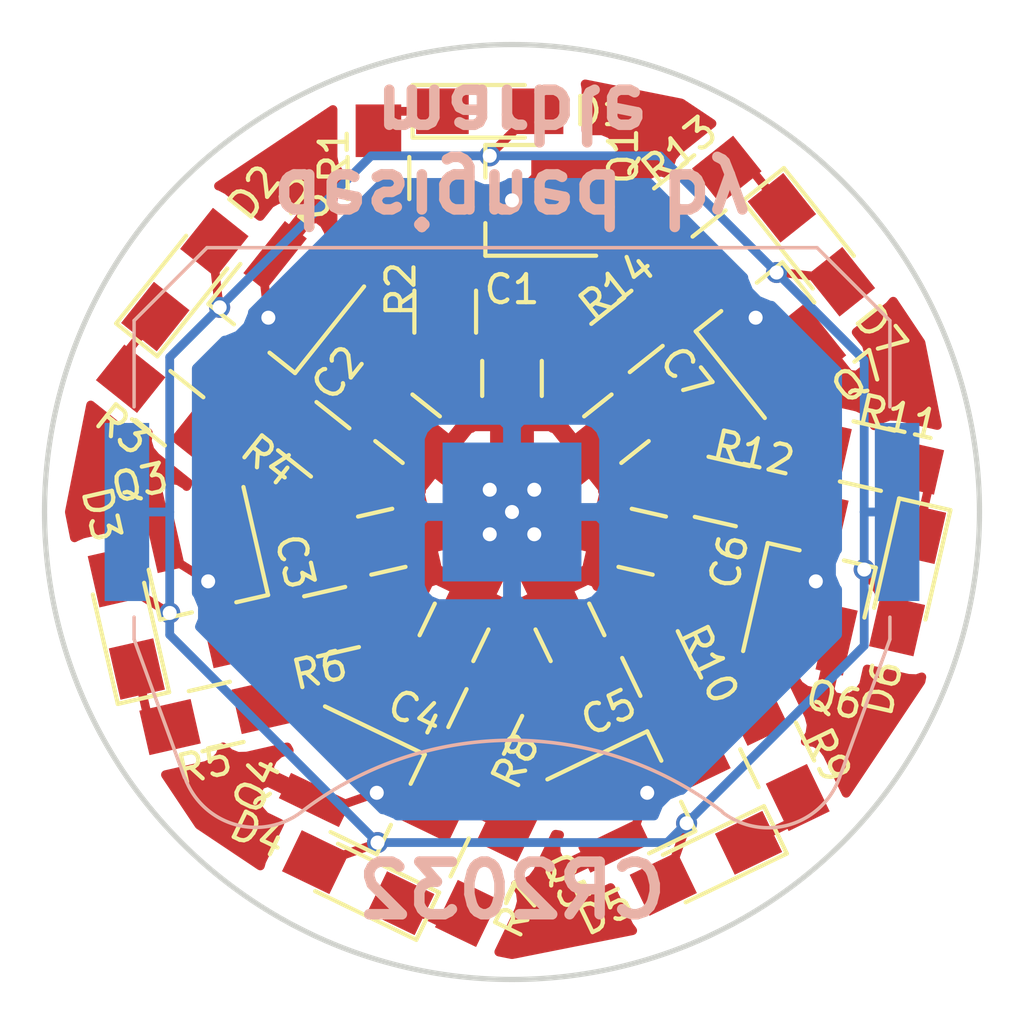
<source format=kicad_pcb>
(kicad_pcb (version 4) (host pcbnew 4.0.7)

  (general
    (links 57)
    (no_connects 0)
    (area -13.410001 -13.410001 13.410001 13.410001)
    (thickness 1.6)
    (drawings 3)
    (tracks 142)
    (zones 0)
    (modules 36)
    (nets 24)
  )

  (page A4)
  (layers
    (0 F.Cu signal)
    (31 B.Cu signal)
    (32 B.Adhes user)
    (33 F.Adhes user)
    (34 B.Paste user)
    (35 F.Paste user)
    (36 B.SilkS user)
    (37 F.SilkS user)
    (38 B.Mask user)
    (39 F.Mask user)
    (40 Dwgs.User user)
    (41 Cmts.User user)
    (42 Eco1.User user)
    (43 Eco2.User user)
    (44 Edge.Cuts user)
    (45 Margin user)
    (46 B.CrtYd user)
    (47 F.CrtYd user)
    (48 B.Fab user)
    (49 F.Fab user hide)
  )

  (setup
    (last_trace_width 0.25)
    (trace_clearance 0.2)
    (zone_clearance 0.508)
    (zone_45_only no)
    (trace_min 0.2)
    (segment_width 0.2)
    (edge_width 0.15)
    (via_size 0.6)
    (via_drill 0.4)
    (via_min_size 0.4)
    (via_min_drill 0.3)
    (uvia_size 0.3)
    (uvia_drill 0.1)
    (uvias_allowed no)
    (uvia_min_size 0.2)
    (uvia_min_drill 0.1)
    (pcb_text_width 0.3)
    (pcb_text_size 1.5 1.5)
    (mod_edge_width 0.15)
    (mod_text_size 0.8 0.8)
    (mod_text_width 0.12)
    (pad_size 1.524 1.524)
    (pad_drill 0.762)
    (pad_to_mask_clearance 0.2)
    (aux_axis_origin 0 0)
    (visible_elements FFFFFF7F)
    (pcbplotparams
      (layerselection 0x00030_80000001)
      (usegerberextensions false)
      (excludeedgelayer true)
      (linewidth 0.100000)
      (plotframeref false)
      (viasonmask false)
      (mode 1)
      (useauxorigin false)
      (hpglpennumber 1)
      (hpglpenspeed 20)
      (hpglpendiameter 15)
      (hpglpenoverlay 2)
      (psnegative false)
      (psa4output false)
      (plotreference true)
      (plotvalue true)
      (plotinvisibletext false)
      (padsonsilk false)
      (subtractmaskfromsilk false)
      (outputformat 1)
      (mirror false)
      (drillshape 1)
      (scaleselection 1)
      (outputdirectory ""))
  )

  (net 0 "")
  (net 1 GND)
  (net 2 +BATT)
  (net 3 "Net-(C1-Pad1)")
  (net 4 "Net-(C2-Pad1)")
  (net 5 "Net-(C3-Pad1)")
  (net 6 "Net-(C4-Pad1)")
  (net 7 "Net-(C5-Pad1)")
  (net 8 "Net-(C6-Pad1)")
  (net 9 "Net-(C7-Pad1)")
  (net 10 "Net-(D1-Pad1)")
  (net 11 "Net-(D2-Pad1)")
  (net 12 "Net-(D3-Pad1)")
  (net 13 "Net-(D4-Pad1)")
  (net 14 "Net-(D5-Pad1)")
  (net 15 "Net-(D6-Pad1)")
  (net 16 "Net-(D7-Pad1)")
  (net 17 "Net-(Q1-Pad3)")
  (net 18 "Net-(Q2-Pad3)")
  (net 19 "Net-(Q3-Pad3)")
  (net 20 "Net-(Q4-Pad3)")
  (net 21 "Net-(Q5-Pad3)")
  (net 22 "Net-(Q6-Pad3)")
  (net 23 "Net-(Q7-Pad3)")

  (net_class Default "This is the default net class."
    (clearance 0.2)
    (trace_width 0.25)
    (via_dia 0.6)
    (via_drill 0.4)
    (uvia_dia 0.3)
    (uvia_drill 0.1)
    (add_net +BATT)
    (add_net GND)
    (add_net "Net-(C1-Pad1)")
    (add_net "Net-(C2-Pad1)")
    (add_net "Net-(C3-Pad1)")
    (add_net "Net-(C4-Pad1)")
    (add_net "Net-(C5-Pad1)")
    (add_net "Net-(C6-Pad1)")
    (add_net "Net-(C7-Pad1)")
    (add_net "Net-(D1-Pad1)")
    (add_net "Net-(D2-Pad1)")
    (add_net "Net-(D3-Pad1)")
    (add_net "Net-(D4-Pad1)")
    (add_net "Net-(D5-Pad1)")
    (add_net "Net-(D6-Pad1)")
    (add_net "Net-(D7-Pad1)")
    (add_net "Net-(Q1-Pad3)")
    (add_net "Net-(Q2-Pad3)")
    (add_net "Net-(Q3-Pad3)")
    (add_net "Net-(Q4-Pad3)")
    (add_net "Net-(Q5-Pad3)")
    (add_net "Net-(Q6-Pad3)")
    (add_net "Net-(Q7-Pad3)")
  )

  (module TO_SOT_Packages_SMD:SOT-23_Handsoldering (layer F.Cu) (tedit 5A795FA6) (tstamp 5A799172)
    (at 6.950482 -5.542824 128.5714286)
    (descr "SOT-23, Handsoldering")
    (tags SOT-23)
    (path /5A793F29)
    (attr smd)
    (fp_text reference Q7 (at -3.175 1.27 218.5714286) (layer F.SilkS)
      (effects (font (size 0.8 0.8) (thickness 0.12)))
    )
    (fp_text value AO3400 (at 0 2.5 128.5714286) (layer F.Fab)
      (effects (font (size 1 1) (thickness 0.15)))
    )
    (fp_text user %R (at 0 0 218.5714286) (layer F.Fab)
      (effects (font (size 0.5 0.5) (thickness 0.075)))
    )
    (fp_line (start 0.76 1.58) (end 0.76 0.65) (layer F.SilkS) (width 0.12))
    (fp_line (start 0.76 -1.58) (end 0.76 -0.65) (layer F.SilkS) (width 0.12))
    (fp_line (start -2.7 -1.75) (end 2.7 -1.75) (layer F.CrtYd) (width 0.05))
    (fp_line (start 2.7 -1.75) (end 2.7 1.75) (layer F.CrtYd) (width 0.05))
    (fp_line (start 2.7 1.75) (end -2.7 1.75) (layer F.CrtYd) (width 0.05))
    (fp_line (start -2.7 1.75) (end -2.7 -1.75) (layer F.CrtYd) (width 0.05))
    (fp_line (start 0.76 -1.58) (end -2.4 -1.58) (layer F.SilkS) (width 0.12))
    (fp_line (start -0.7 -0.95) (end -0.7 1.5) (layer F.Fab) (width 0.1))
    (fp_line (start -0.15 -1.52) (end 0.7 -1.52) (layer F.Fab) (width 0.1))
    (fp_line (start -0.7 -0.95) (end -0.15 -1.52) (layer F.Fab) (width 0.1))
    (fp_line (start 0.7 -1.52) (end 0.7 1.52) (layer F.Fab) (width 0.1))
    (fp_line (start -0.7 1.52) (end 0.7 1.52) (layer F.Fab) (width 0.1))
    (fp_line (start 0.76 1.58) (end -0.7 1.58) (layer F.SilkS) (width 0.12))
    (pad 1 smd rect (at -1.5 -0.95 128.5714286) (size 1.9 0.8) (layers F.Cu F.Paste F.Mask)
      (net 9 "Net-(C7-Pad1)"))
    (pad 2 smd rect (at -1.5 0.95 128.5714286) (size 1.9 0.8) (layers F.Cu F.Paste F.Mask)
      (net 1 GND))
    (pad 3 smd rect (at 1.5 0 128.5714286) (size 1.9 0.8) (layers F.Cu F.Paste F.Mask)
      (net 23 "Net-(Q7-Pad3)"))
    (model ${KISYS3DMOD}/TO_SOT_Packages_SMD.3dshapes\SOT-23.wrl
      (at (xyz 0 0 0))
      (scale (xyz 1 1 1))
      (rotate (xyz 0 0 0))
    )
  )

  (module TO_SOT_Packages_SMD:SOT-23_Handsoldering (layer F.Cu) (tedit 5A795F9D) (tstamp 5A79915E)
    (at 8.667109 1.978211 77.14285714)
    (descr "SOT-23, Handsoldering")
    (tags SOT-23)
    (path /5A793EEB)
    (attr smd)
    (fp_text reference Q6 (at -3.175 1.27 167.1428571) (layer F.SilkS)
      (effects (font (size 0.8 0.8) (thickness 0.12)))
    )
    (fp_text value AO3400 (at 0 2.5 77.14285714) (layer F.Fab)
      (effects (font (size 1 1) (thickness 0.15)))
    )
    (fp_text user %R (at 0 0 167.1428571) (layer F.Fab)
      (effects (font (size 0.5 0.5) (thickness 0.075)))
    )
    (fp_line (start 0.76 1.58) (end 0.76 0.65) (layer F.SilkS) (width 0.12))
    (fp_line (start 0.76 -1.58) (end 0.76 -0.65) (layer F.SilkS) (width 0.12))
    (fp_line (start -2.7 -1.75) (end 2.7 -1.75) (layer F.CrtYd) (width 0.05))
    (fp_line (start 2.7 -1.75) (end 2.7 1.75) (layer F.CrtYd) (width 0.05))
    (fp_line (start 2.7 1.75) (end -2.7 1.75) (layer F.CrtYd) (width 0.05))
    (fp_line (start -2.7 1.75) (end -2.7 -1.75) (layer F.CrtYd) (width 0.05))
    (fp_line (start 0.76 -1.58) (end -2.4 -1.58) (layer F.SilkS) (width 0.12))
    (fp_line (start -0.7 -0.95) (end -0.7 1.5) (layer F.Fab) (width 0.1))
    (fp_line (start -0.15 -1.52) (end 0.7 -1.52) (layer F.Fab) (width 0.1))
    (fp_line (start -0.7 -0.95) (end -0.15 -1.52) (layer F.Fab) (width 0.1))
    (fp_line (start 0.7 -1.52) (end 0.7 1.52) (layer F.Fab) (width 0.1))
    (fp_line (start -0.7 1.52) (end 0.7 1.52) (layer F.Fab) (width 0.1))
    (fp_line (start 0.76 1.58) (end -0.7 1.58) (layer F.SilkS) (width 0.12))
    (pad 1 smd rect (at -1.5 -0.95 77.14285714) (size 1.9 0.8) (layers F.Cu F.Paste F.Mask)
      (net 8 "Net-(C6-Pad1)"))
    (pad 2 smd rect (at -1.5 0.95 77.14285714) (size 1.9 0.8) (layers F.Cu F.Paste F.Mask)
      (net 1 GND))
    (pad 3 smd rect (at 1.5 0 77.14285714) (size 1.9 0.8) (layers F.Cu F.Paste F.Mask)
      (net 22 "Net-(Q6-Pad3)"))
    (model ${KISYS3DMOD}/TO_SOT_Packages_SMD.3dshapes\SOT-23.wrl
      (at (xyz 0 0 0))
      (scale (xyz 1 1 1))
      (rotate (xyz 0 0 0))
    )
  )

  (module TO_SOT_Packages_SMD:SOT-23_Handsoldering (layer F.Cu) (tedit 5A795F93) (tstamp 5A79914A)
    (at 3.857226 8.009613 25.71428571)
    (descr "SOT-23, Handsoldering")
    (tags SOT-23)
    (path /5A793B31)
    (attr smd)
    (fp_text reference Q5 (at -3.175 1.27 115.7142857) (layer F.SilkS)
      (effects (font (size 0.8 0.8) (thickness 0.12)))
    )
    (fp_text value AO3400 (at 0 2.5 25.71428571) (layer F.Fab)
      (effects (font (size 1 1) (thickness 0.15)))
    )
    (fp_text user %R (at 0 0 115.7142857) (layer F.Fab)
      (effects (font (size 0.5 0.5) (thickness 0.075)))
    )
    (fp_line (start 0.76 1.58) (end 0.76 0.65) (layer F.SilkS) (width 0.12))
    (fp_line (start 0.76 -1.58) (end 0.76 -0.65) (layer F.SilkS) (width 0.12))
    (fp_line (start -2.7 -1.75) (end 2.7 -1.75) (layer F.CrtYd) (width 0.05))
    (fp_line (start 2.7 -1.75) (end 2.7 1.75) (layer F.CrtYd) (width 0.05))
    (fp_line (start 2.7 1.75) (end -2.7 1.75) (layer F.CrtYd) (width 0.05))
    (fp_line (start -2.7 1.75) (end -2.7 -1.75) (layer F.CrtYd) (width 0.05))
    (fp_line (start 0.76 -1.58) (end -2.4 -1.58) (layer F.SilkS) (width 0.12))
    (fp_line (start -0.7 -0.95) (end -0.7 1.5) (layer F.Fab) (width 0.1))
    (fp_line (start -0.15 -1.52) (end 0.7 -1.52) (layer F.Fab) (width 0.1))
    (fp_line (start -0.7 -0.95) (end -0.15 -1.52) (layer F.Fab) (width 0.1))
    (fp_line (start 0.7 -1.52) (end 0.7 1.52) (layer F.Fab) (width 0.1))
    (fp_line (start -0.7 1.52) (end 0.7 1.52) (layer F.Fab) (width 0.1))
    (fp_line (start 0.76 1.58) (end -0.7 1.58) (layer F.SilkS) (width 0.12))
    (pad 1 smd rect (at -1.5 -0.95 25.71428571) (size 1.9 0.8) (layers F.Cu F.Paste F.Mask)
      (net 7 "Net-(C5-Pad1)"))
    (pad 2 smd rect (at -1.5 0.95 25.71428571) (size 1.9 0.8) (layers F.Cu F.Paste F.Mask)
      (net 1 GND))
    (pad 3 smd rect (at 1.5 0 25.71428571) (size 1.9 0.8) (layers F.Cu F.Paste F.Mask)
      (net 21 "Net-(Q5-Pad3)"))
    (model ${KISYS3DMOD}/TO_SOT_Packages_SMD.3dshapes\SOT-23.wrl
      (at (xyz 0 0 0))
      (scale (xyz 1 1 1))
      (rotate (xyz 0 0 0))
    )
  )

  (module TO_SOT_Packages_SMD:SOT-23_Handsoldering (layer F.Cu) (tedit 5A795F89) (tstamp 5A799136)
    (at -3.857226 8.009613 334.2857143)
    (descr "SOT-23, Handsoldering")
    (tags SOT-23)
    (path /5A793AF3)
    (attr smd)
    (fp_text reference Q4 (at -3.175 1.27 424.2857143) (layer F.SilkS)
      (effects (font (size 0.8 0.8) (thickness 0.12)))
    )
    (fp_text value AO3400 (at 0 2.5 334.2857143) (layer F.Fab)
      (effects (font (size 1 1) (thickness 0.15)))
    )
    (fp_text user %R (at 0 0 424.2857143) (layer F.Fab)
      (effects (font (size 0.5 0.5) (thickness 0.075)))
    )
    (fp_line (start 0.76 1.58) (end 0.76 0.65) (layer F.SilkS) (width 0.12))
    (fp_line (start 0.76 -1.58) (end 0.76 -0.65) (layer F.SilkS) (width 0.12))
    (fp_line (start -2.7 -1.75) (end 2.7 -1.75) (layer F.CrtYd) (width 0.05))
    (fp_line (start 2.7 -1.75) (end 2.7 1.75) (layer F.CrtYd) (width 0.05))
    (fp_line (start 2.7 1.75) (end -2.7 1.75) (layer F.CrtYd) (width 0.05))
    (fp_line (start -2.7 1.75) (end -2.7 -1.75) (layer F.CrtYd) (width 0.05))
    (fp_line (start 0.76 -1.58) (end -2.4 -1.58) (layer F.SilkS) (width 0.12))
    (fp_line (start -0.7 -0.95) (end -0.7 1.5) (layer F.Fab) (width 0.1))
    (fp_line (start -0.15 -1.52) (end 0.7 -1.52) (layer F.Fab) (width 0.1))
    (fp_line (start -0.7 -0.95) (end -0.15 -1.52) (layer F.Fab) (width 0.1))
    (fp_line (start 0.7 -1.52) (end 0.7 1.52) (layer F.Fab) (width 0.1))
    (fp_line (start -0.7 1.52) (end 0.7 1.52) (layer F.Fab) (width 0.1))
    (fp_line (start 0.76 1.58) (end -0.7 1.58) (layer F.SilkS) (width 0.12))
    (pad 1 smd rect (at -1.5 -0.95 334.2857143) (size 1.9 0.8) (layers F.Cu F.Paste F.Mask)
      (net 6 "Net-(C4-Pad1)"))
    (pad 2 smd rect (at -1.5 0.95 334.2857143) (size 1.9 0.8) (layers F.Cu F.Paste F.Mask)
      (net 1 GND))
    (pad 3 smd rect (at 1.5 0 334.2857143) (size 1.9 0.8) (layers F.Cu F.Paste F.Mask)
      (net 20 "Net-(Q4-Pad3)"))
    (model ${KISYS3DMOD}/TO_SOT_Packages_SMD.3dshapes\SOT-23.wrl
      (at (xyz 0 0 0))
      (scale (xyz 1 1 1))
      (rotate (xyz 0 0 0))
    )
  )

  (module TO_SOT_Packages_SMD:SOT-23_Handsoldering (layer F.Cu) (tedit 5A795F7F) (tstamp 5A799122)
    (at -8.667109 1.978211 282.8571429)
    (descr "SOT-23, Handsoldering")
    (tags SOT-23)
    (path /5A791772)
    (attr smd)
    (fp_text reference Q3 (at -3.175 1.27 372.8571429) (layer F.SilkS)
      (effects (font (size 0.8 0.8) (thickness 0.12)))
    )
    (fp_text value AO3400 (at 0 2.5 282.8571429) (layer F.Fab)
      (effects (font (size 1 1) (thickness 0.15)))
    )
    (fp_text user %R (at 0 0 372.8571429) (layer F.Fab)
      (effects (font (size 0.5 0.5) (thickness 0.075)))
    )
    (fp_line (start 0.76 1.58) (end 0.76 0.65) (layer F.SilkS) (width 0.12))
    (fp_line (start 0.76 -1.58) (end 0.76 -0.65) (layer F.SilkS) (width 0.12))
    (fp_line (start -2.7 -1.75) (end 2.7 -1.75) (layer F.CrtYd) (width 0.05))
    (fp_line (start 2.7 -1.75) (end 2.7 1.75) (layer F.CrtYd) (width 0.05))
    (fp_line (start 2.7 1.75) (end -2.7 1.75) (layer F.CrtYd) (width 0.05))
    (fp_line (start -2.7 1.75) (end -2.7 -1.75) (layer F.CrtYd) (width 0.05))
    (fp_line (start 0.76 -1.58) (end -2.4 -1.58) (layer F.SilkS) (width 0.12))
    (fp_line (start -0.7 -0.95) (end -0.7 1.5) (layer F.Fab) (width 0.1))
    (fp_line (start -0.15 -1.52) (end 0.7 -1.52) (layer F.Fab) (width 0.1))
    (fp_line (start -0.7 -0.95) (end -0.15 -1.52) (layer F.Fab) (width 0.1))
    (fp_line (start 0.7 -1.52) (end 0.7 1.52) (layer F.Fab) (width 0.1))
    (fp_line (start -0.7 1.52) (end 0.7 1.52) (layer F.Fab) (width 0.1))
    (fp_line (start 0.76 1.58) (end -0.7 1.58) (layer F.SilkS) (width 0.12))
    (pad 1 smd rect (at -1.5 -0.95 282.8571429) (size 1.9 0.8) (layers F.Cu F.Paste F.Mask)
      (net 5 "Net-(C3-Pad1)"))
    (pad 2 smd rect (at -1.5 0.95 282.8571429) (size 1.9 0.8) (layers F.Cu F.Paste F.Mask)
      (net 1 GND))
    (pad 3 smd rect (at 1.5 0 282.8571429) (size 1.9 0.8) (layers F.Cu F.Paste F.Mask)
      (net 19 "Net-(Q3-Pad3)"))
    (model ${KISYS3DMOD}/TO_SOT_Packages_SMD.3dshapes\SOT-23.wrl
      (at (xyz 0 0 0))
      (scale (xyz 1 1 1))
      (rotate (xyz 0 0 0))
    )
  )

  (module TO_SOT_Packages_SMD:SOT-23_Handsoldering (layer F.Cu) (tedit 5A795F76) (tstamp 5A79910E)
    (at -6.950482 -5.542824 231.4285714)
    (descr "SOT-23, Handsoldering")
    (tags SOT-23)
    (path /5A79128B)
    (attr smd)
    (fp_text reference Q2 (at -3.175 1.27 321.4285714) (layer F.SilkS)
      (effects (font (size 0.8 0.8) (thickness 0.12)))
    )
    (fp_text value AO3400 (at 0 2.5 231.4285714) (layer F.Fab)
      (effects (font (size 1 1) (thickness 0.15)))
    )
    (fp_text user %R (at 0 0 321.4285714) (layer F.Fab)
      (effects (font (size 0.5 0.5) (thickness 0.075)))
    )
    (fp_line (start 0.76 1.58) (end 0.76 0.65) (layer F.SilkS) (width 0.12))
    (fp_line (start 0.76 -1.58) (end 0.76 -0.65) (layer F.SilkS) (width 0.12))
    (fp_line (start -2.7 -1.75) (end 2.7 -1.75) (layer F.CrtYd) (width 0.05))
    (fp_line (start 2.7 -1.75) (end 2.7 1.75) (layer F.CrtYd) (width 0.05))
    (fp_line (start 2.7 1.75) (end -2.7 1.75) (layer F.CrtYd) (width 0.05))
    (fp_line (start -2.7 1.75) (end -2.7 -1.75) (layer F.CrtYd) (width 0.05))
    (fp_line (start 0.76 -1.58) (end -2.4 -1.58) (layer F.SilkS) (width 0.12))
    (fp_line (start -0.7 -0.95) (end -0.7 1.5) (layer F.Fab) (width 0.1))
    (fp_line (start -0.15 -1.52) (end 0.7 -1.52) (layer F.Fab) (width 0.1))
    (fp_line (start -0.7 -0.95) (end -0.15 -1.52) (layer F.Fab) (width 0.1))
    (fp_line (start 0.7 -1.52) (end 0.7 1.52) (layer F.Fab) (width 0.1))
    (fp_line (start -0.7 1.52) (end 0.7 1.52) (layer F.Fab) (width 0.1))
    (fp_line (start 0.76 1.58) (end -0.7 1.58) (layer F.SilkS) (width 0.12))
    (pad 1 smd rect (at -1.5 -0.95 231.4285714) (size 1.9 0.8) (layers F.Cu F.Paste F.Mask)
      (net 4 "Net-(C2-Pad1)"))
    (pad 2 smd rect (at -1.5 0.95 231.4285714) (size 1.9 0.8) (layers F.Cu F.Paste F.Mask)
      (net 1 GND))
    (pad 3 smd rect (at 1.5 0 231.4285714) (size 1.9 0.8) (layers F.Cu F.Paste F.Mask)
      (net 18 "Net-(Q2-Pad3)"))
    (model ${KISYS3DMOD}/TO_SOT_Packages_SMD.3dshapes\SOT-23.wrl
      (at (xyz 0 0 0))
      (scale (xyz 1 1 1))
      (rotate (xyz 0 0 0))
    )
  )

  (module Resistors_SMD:R_0805_HandSoldering (layer F.Cu) (tedit 5A795FCD) (tstamp 5A7990FE)
    (at 5.071449 -8.917518 218.5714286)
    (descr "Resistor SMD 0805, hand soldering")
    (tags "resistor 0805")
    (path /5A793F36)
    (attr smd)
    (fp_text reference R13 (at -0.635 1.27 218.5714286) (layer F.SilkS)
      (effects (font (size 0.8 0.8) (thickness 0.12)))
    )
    (fp_text value 100 (at 0 1.75 218.5714286) (layer F.Fab)
      (effects (font (size 1 1) (thickness 0.15)))
    )
    (fp_text user %R (at 0 0 218.5714286) (layer F.Fab)
      (effects (font (size 0.5 0.5) (thickness 0.075)))
    )
    (fp_line (start -1 0.62) (end -1 -0.62) (layer F.Fab) (width 0.1))
    (fp_line (start 1 0.62) (end -1 0.62) (layer F.Fab) (width 0.1))
    (fp_line (start 1 -0.62) (end 1 0.62) (layer F.Fab) (width 0.1))
    (fp_line (start -1 -0.62) (end 1 -0.62) (layer F.Fab) (width 0.1))
    (fp_line (start 0.6 0.88) (end -0.6 0.88) (layer F.SilkS) (width 0.12))
    (fp_line (start -0.6 -0.88) (end 0.6 -0.88) (layer F.SilkS) (width 0.12))
    (fp_line (start -2.35 -0.9) (end 2.35 -0.9) (layer F.CrtYd) (width 0.05))
    (fp_line (start -2.35 -0.9) (end -2.35 0.9) (layer F.CrtYd) (width 0.05))
    (fp_line (start 2.35 0.9) (end 2.35 -0.9) (layer F.CrtYd) (width 0.05))
    (fp_line (start 2.35 0.9) (end -2.35 0.9) (layer F.CrtYd) (width 0.05))
    (pad 1 smd rect (at -1.35 0 218.5714286) (size 1.5 1.3) (layers F.Cu F.Paste F.Mask)
      (net 16 "Net-(D7-Pad1)"))
    (pad 2 smd rect (at 1.35 0 218.5714286) (size 1.5 1.3) (layers F.Cu F.Paste F.Mask)
      (net 23 "Net-(Q7-Pad3)"))
    (model ${KISYS3DMOD}/Resistors_SMD.3dshapes/R_0805.wrl
      (at (xyz 0 0 0))
      (scale (xyz 1 1 1))
      (rotate (xyz 0 0 0))
    )
  )

  (module Resistors_SMD:R_0805_HandSoldering (layer F.Cu) (tedit 5A795FC8) (tstamp 5A7990EE)
    (at 10.133993 -1.594963 167.1428571)
    (descr "Resistor SMD 0805, hand soldering")
    (tags "resistor 0805")
    (path /5A793EF8)
    (attr smd)
    (fp_text reference R11 (at -0.635 1.27 167.1428571) (layer F.SilkS)
      (effects (font (size 0.8 0.8) (thickness 0.12)))
    )
    (fp_text value 100 (at 0 1.75 167.1428571) (layer F.Fab)
      (effects (font (size 1 1) (thickness 0.15)))
    )
    (fp_text user %R (at 0 0 167.1428571) (layer F.Fab)
      (effects (font (size 0.5 0.5) (thickness 0.075)))
    )
    (fp_line (start -1 0.62) (end -1 -0.62) (layer F.Fab) (width 0.1))
    (fp_line (start 1 0.62) (end -1 0.62) (layer F.Fab) (width 0.1))
    (fp_line (start 1 -0.62) (end 1 0.62) (layer F.Fab) (width 0.1))
    (fp_line (start -1 -0.62) (end 1 -0.62) (layer F.Fab) (width 0.1))
    (fp_line (start 0.6 0.88) (end -0.6 0.88) (layer F.SilkS) (width 0.12))
    (fp_line (start -0.6 -0.88) (end 0.6 -0.88) (layer F.SilkS) (width 0.12))
    (fp_line (start -2.35 -0.9) (end 2.35 -0.9) (layer F.CrtYd) (width 0.05))
    (fp_line (start -2.35 -0.9) (end -2.35 0.9) (layer F.CrtYd) (width 0.05))
    (fp_line (start 2.35 0.9) (end 2.35 -0.9) (layer F.CrtYd) (width 0.05))
    (fp_line (start 2.35 0.9) (end -2.35 0.9) (layer F.CrtYd) (width 0.05))
    (pad 1 smd rect (at -1.35 0 167.1428571) (size 1.5 1.3) (layers F.Cu F.Paste F.Mask)
      (net 15 "Net-(D6-Pad1)"))
    (pad 2 smd rect (at 1.35 0 167.1428571) (size 1.5 1.3) (layers F.Cu F.Paste F.Mask)
      (net 22 "Net-(Q6-Pad3)"))
    (model ${KISYS3DMOD}/Resistors_SMD.3dshapes/R_0805.wrl
      (at (xyz 0 0 0))
      (scale (xyz 1 1 1))
      (rotate (xyz 0 0 0))
    )
  )

  (module Resistors_SMD:R_0805_HandSoldering (layer F.Cu) (tedit 5A795FC1) (tstamp 5A7990DE)
    (at 7.565434 6.928631 115.7142857)
    (descr "Resistor SMD 0805, hand soldering")
    (tags "resistor 0805")
    (path /5A793B3E)
    (attr smd)
    (fp_text reference R9 (at -0.635 1.27 115.7142857) (layer F.SilkS)
      (effects (font (size 0.8 0.8) (thickness 0.12)))
    )
    (fp_text value 100 (at 0 1.75 115.7142857) (layer F.Fab)
      (effects (font (size 1 1) (thickness 0.15)))
    )
    (fp_text user %R (at 0 0 115.7142857) (layer F.Fab)
      (effects (font (size 0.5 0.5) (thickness 0.075)))
    )
    (fp_line (start -1 0.62) (end -1 -0.62) (layer F.Fab) (width 0.1))
    (fp_line (start 1 0.62) (end -1 0.62) (layer F.Fab) (width 0.1))
    (fp_line (start 1 -0.62) (end 1 0.62) (layer F.Fab) (width 0.1))
    (fp_line (start -1 -0.62) (end 1 -0.62) (layer F.Fab) (width 0.1))
    (fp_line (start 0.6 0.88) (end -0.6 0.88) (layer F.SilkS) (width 0.12))
    (fp_line (start -0.6 -0.88) (end 0.6 -0.88) (layer F.SilkS) (width 0.12))
    (fp_line (start -2.35 -0.9) (end 2.35 -0.9) (layer F.CrtYd) (width 0.05))
    (fp_line (start -2.35 -0.9) (end -2.35 0.9) (layer F.CrtYd) (width 0.05))
    (fp_line (start 2.35 0.9) (end 2.35 -0.9) (layer F.CrtYd) (width 0.05))
    (fp_line (start 2.35 0.9) (end -2.35 0.9) (layer F.CrtYd) (width 0.05))
    (pad 1 smd rect (at -1.35 0 115.7142857) (size 1.5 1.3) (layers F.Cu F.Paste F.Mask)
      (net 14 "Net-(D5-Pad1)"))
    (pad 2 smd rect (at 1.35 0 115.7142857) (size 1.5 1.3) (layers F.Cu F.Paste F.Mask)
      (net 21 "Net-(Q5-Pad3)"))
    (model ${KISYS3DMOD}/Resistors_SMD.3dshapes/R_0805.wrl
      (at (xyz 0 0 0))
      (scale (xyz 1 1 1))
      (rotate (xyz 0 0 0))
    )
  )

  (module Resistors_SMD:R_0805_HandSoldering (layer F.Cu) (tedit 5A795FBB) (tstamp 5A7990CE)
    (at -0.700051 10.234826 64.28571429)
    (descr "Resistor SMD 0805, hand soldering")
    (tags "resistor 0805")
    (path /5A793B00)
    (attr smd)
    (fp_text reference R7 (at -0.635 1.27 64.28571429) (layer F.SilkS)
      (effects (font (size 0.8 0.8) (thickness 0.12)))
    )
    (fp_text value 100 (at 0 1.75 64.28571429) (layer F.Fab)
      (effects (font (size 1 1) (thickness 0.15)))
    )
    (fp_text user %R (at 0 0 64.28571429) (layer F.Fab)
      (effects (font (size 0.5 0.5) (thickness 0.075)))
    )
    (fp_line (start -1 0.62) (end -1 -0.62) (layer F.Fab) (width 0.1))
    (fp_line (start 1 0.62) (end -1 0.62) (layer F.Fab) (width 0.1))
    (fp_line (start 1 -0.62) (end 1 0.62) (layer F.Fab) (width 0.1))
    (fp_line (start -1 -0.62) (end 1 -0.62) (layer F.Fab) (width 0.1))
    (fp_line (start 0.6 0.88) (end -0.6 0.88) (layer F.SilkS) (width 0.12))
    (fp_line (start -0.6 -0.88) (end 0.6 -0.88) (layer F.SilkS) (width 0.12))
    (fp_line (start -2.35 -0.9) (end 2.35 -0.9) (layer F.CrtYd) (width 0.05))
    (fp_line (start -2.35 -0.9) (end -2.35 0.9) (layer F.CrtYd) (width 0.05))
    (fp_line (start 2.35 0.9) (end 2.35 -0.9) (layer F.CrtYd) (width 0.05))
    (fp_line (start 2.35 0.9) (end -2.35 0.9) (layer F.CrtYd) (width 0.05))
    (pad 1 smd rect (at -1.35 0 64.28571429) (size 1.5 1.3) (layers F.Cu F.Paste F.Mask)
      (net 13 "Net-(D4-Pad1)"))
    (pad 2 smd rect (at 1.35 0 64.28571429) (size 1.5 1.3) (layers F.Cu F.Paste F.Mask)
      (net 20 "Net-(Q4-Pad3)"))
    (model ${KISYS3DMOD}/Resistors_SMD.3dshapes/R_0805.wrl
      (at (xyz 0 0 0))
      (scale (xyz 1 1 1))
      (rotate (xyz 0 0 0))
    )
  )

  (module Resistors_SMD:R_0805_HandSoldering (layer F.Cu) (tedit 5A795FB5) (tstamp 5A7990BE)
    (at -8.438384 5.833987 12.85714286)
    (descr "Resistor SMD 0805, hand soldering")
    (tags "resistor 0805")
    (path /5A79177F)
    (attr smd)
    (fp_text reference R5 (at -0.635 1.27 12.85714286) (layer F.SilkS)
      (effects (font (size 0.8 0.8) (thickness 0.12)))
    )
    (fp_text value 100 (at 0 1.75 12.85714286) (layer F.Fab)
      (effects (font (size 1 1) (thickness 0.15)))
    )
    (fp_text user %R (at 0 0 12.85714286) (layer F.Fab)
      (effects (font (size 0.5 0.5) (thickness 0.075)))
    )
    (fp_line (start -1 0.62) (end -1 -0.62) (layer F.Fab) (width 0.1))
    (fp_line (start 1 0.62) (end -1 0.62) (layer F.Fab) (width 0.1))
    (fp_line (start 1 -0.62) (end 1 0.62) (layer F.Fab) (width 0.1))
    (fp_line (start -1 -0.62) (end 1 -0.62) (layer F.Fab) (width 0.1))
    (fp_line (start 0.6 0.88) (end -0.6 0.88) (layer F.SilkS) (width 0.12))
    (fp_line (start -0.6 -0.88) (end 0.6 -0.88) (layer F.SilkS) (width 0.12))
    (fp_line (start -2.35 -0.9) (end 2.35 -0.9) (layer F.CrtYd) (width 0.05))
    (fp_line (start -2.35 -0.9) (end -2.35 0.9) (layer F.CrtYd) (width 0.05))
    (fp_line (start 2.35 0.9) (end 2.35 -0.9) (layer F.CrtYd) (width 0.05))
    (fp_line (start 2.35 0.9) (end -2.35 0.9) (layer F.CrtYd) (width 0.05))
    (pad 1 smd rect (at -1.35 0 12.85714286) (size 1.5 1.3) (layers F.Cu F.Paste F.Mask)
      (net 12 "Net-(D3-Pad1)"))
    (pad 2 smd rect (at 1.35 0 12.85714286) (size 1.5 1.3) (layers F.Cu F.Paste F.Mask)
      (net 19 "Net-(Q3-Pad3)"))
    (model ${KISYS3DMOD}/Resistors_SMD.3dshapes/R_0805.wrl
      (at (xyz 0 0 0))
      (scale (xyz 1 1 1))
      (rotate (xyz 0 0 0))
    )
  )

  (module Resistors_SMD:R_0805_HandSoldering (layer F.Cu) (tedit 5A795FAD) (tstamp 5A7990AE)
    (at -9.822441 -2.959962 321.4285714)
    (descr "Resistor SMD 0805, hand soldering")
    (tags "resistor 0805")
    (path /5A791298)
    (attr smd)
    (fp_text reference R3 (at -0.635 1.27 321.4285714) (layer F.SilkS)
      (effects (font (size 0.8 0.8) (thickness 0.12)))
    )
    (fp_text value 100 (at 0 1.75 321.4285714) (layer F.Fab)
      (effects (font (size 1 1) (thickness 0.15)))
    )
    (fp_text user %R (at 0 0 321.4285714) (layer F.Fab)
      (effects (font (size 0.5 0.5) (thickness 0.075)))
    )
    (fp_line (start -1 0.62) (end -1 -0.62) (layer F.Fab) (width 0.1))
    (fp_line (start 1 0.62) (end -1 0.62) (layer F.Fab) (width 0.1))
    (fp_line (start 1 -0.62) (end 1 0.62) (layer F.Fab) (width 0.1))
    (fp_line (start -1 -0.62) (end 1 -0.62) (layer F.Fab) (width 0.1))
    (fp_line (start 0.6 0.88) (end -0.6 0.88) (layer F.SilkS) (width 0.12))
    (fp_line (start -0.6 -0.88) (end 0.6 -0.88) (layer F.SilkS) (width 0.12))
    (fp_line (start -2.35 -0.9) (end 2.35 -0.9) (layer F.CrtYd) (width 0.05))
    (fp_line (start -2.35 -0.9) (end -2.35 0.9) (layer F.CrtYd) (width 0.05))
    (fp_line (start 2.35 0.9) (end 2.35 -0.9) (layer F.CrtYd) (width 0.05))
    (fp_line (start 2.35 0.9) (end -2.35 0.9) (layer F.CrtYd) (width 0.05))
    (pad 1 smd rect (at -1.35 0 321.4285714) (size 1.5 1.3) (layers F.Cu F.Paste F.Mask)
      (net 11 "Net-(D2-Pad1)"))
    (pad 2 smd rect (at 1.35 0 321.4285714) (size 1.5 1.3) (layers F.Cu F.Paste F.Mask)
      (net 18 "Net-(Q2-Pad3)"))
    (model ${KISYS3DMOD}/Resistors_SMD.3dshapes/R_0805.wrl
      (at (xyz 0 0 0))
      (scale (xyz 1 1 1))
      (rotate (xyz 0 0 0))
    )
  )

  (module Capacitors_SMD:C_0805_HandSoldering (layer F.Cu) (tedit 5A795FA9) (tstamp 5A79909E)
    (at 2.978778 -2.375496 218.5714286)
    (descr "Capacitor SMD 0805, hand soldering")
    (tags "capacitor 0805")
    (path /5A793F4E)
    (attr smd)
    (fp_text reference C7 (at -2.54 0 308.5714286) (layer F.SilkS)
      (effects (font (size 0.8 0.8) (thickness 0.12)))
    )
    (fp_text value 1u (at 0 1.75 218.5714286) (layer F.Fab)
      (effects (font (size 1 1) (thickness 0.15)))
    )
    (fp_text user %R (at 0 -1.75 218.5714286) (layer F.Fab)
      (effects (font (size 1 1) (thickness 0.15)))
    )
    (fp_line (start -1 0.62) (end -1 -0.62) (layer F.Fab) (width 0.1))
    (fp_line (start 1 0.62) (end -1 0.62) (layer F.Fab) (width 0.1))
    (fp_line (start 1 -0.62) (end 1 0.62) (layer F.Fab) (width 0.1))
    (fp_line (start -1 -0.62) (end 1 -0.62) (layer F.Fab) (width 0.1))
    (fp_line (start 0.5 -0.85) (end -0.5 -0.85) (layer F.SilkS) (width 0.12))
    (fp_line (start -0.5 0.85) (end 0.5 0.85) (layer F.SilkS) (width 0.12))
    (fp_line (start -2.25 -0.88) (end 2.25 -0.88) (layer F.CrtYd) (width 0.05))
    (fp_line (start -2.25 -0.88) (end -2.25 0.87) (layer F.CrtYd) (width 0.05))
    (fp_line (start 2.25 0.87) (end 2.25 -0.88) (layer F.CrtYd) (width 0.05))
    (fp_line (start 2.25 0.87) (end -2.25 0.87) (layer F.CrtYd) (width 0.05))
    (pad 1 smd rect (at -1.25 0 218.5714286) (size 1.5 1.25) (layers F.Cu F.Paste F.Mask)
      (net 9 "Net-(C7-Pad1)"))
    (pad 2 smd rect (at 1.25 0 218.5714286) (size 1.5 1.25) (layers F.Cu F.Paste F.Mask)
      (net 1 GND))
    (model Capacitors_SMD.3dshapes/C_0805.wrl
      (at (xyz 0 0 0))
      (scale (xyz 1 1 1))
      (rotate (xyz 0 0 0))
    )
  )

  (module Capacitors_SMD:C_0805_HandSoldering (layer F.Cu) (tedit 5A795FA0) (tstamp 5A79908E)
    (at 3.714475 0.847805 167.1428571)
    (descr "Capacitor SMD 0805, hand soldering")
    (tags "capacitor 0805")
    (path /5A793F10)
    (attr smd)
    (fp_text reference C6 (at -2.54 0 257.1428571) (layer F.SilkS)
      (effects (font (size 0.8 0.8) (thickness 0.12)))
    )
    (fp_text value 1u (at 0 1.75 167.1428571) (layer F.Fab)
      (effects (font (size 1 1) (thickness 0.15)))
    )
    (fp_text user %R (at 0 -1.75 167.1428571) (layer F.Fab)
      (effects (font (size 1 1) (thickness 0.15)))
    )
    (fp_line (start -1 0.62) (end -1 -0.62) (layer F.Fab) (width 0.1))
    (fp_line (start 1 0.62) (end -1 0.62) (layer F.Fab) (width 0.1))
    (fp_line (start 1 -0.62) (end 1 0.62) (layer F.Fab) (width 0.1))
    (fp_line (start -1 -0.62) (end 1 -0.62) (layer F.Fab) (width 0.1))
    (fp_line (start 0.5 -0.85) (end -0.5 -0.85) (layer F.SilkS) (width 0.12))
    (fp_line (start -0.5 0.85) (end 0.5 0.85) (layer F.SilkS) (width 0.12))
    (fp_line (start -2.25 -0.88) (end 2.25 -0.88) (layer F.CrtYd) (width 0.05))
    (fp_line (start -2.25 -0.88) (end -2.25 0.87) (layer F.CrtYd) (width 0.05))
    (fp_line (start 2.25 0.87) (end 2.25 -0.88) (layer F.CrtYd) (width 0.05))
    (fp_line (start 2.25 0.87) (end -2.25 0.87) (layer F.CrtYd) (width 0.05))
    (pad 1 smd rect (at -1.25 0 167.1428571) (size 1.5 1.25) (layers F.Cu F.Paste F.Mask)
      (net 8 "Net-(C6-Pad1)"))
    (pad 2 smd rect (at 1.25 0 167.1428571) (size 1.5 1.25) (layers F.Cu F.Paste F.Mask)
      (net 1 GND))
    (model Capacitors_SMD.3dshapes/C_0805.wrl
      (at (xyz 0 0 0))
      (scale (xyz 1 1 1))
      (rotate (xyz 0 0 0))
    )
  )

  (module Capacitors_SMD:C_0805_HandSoldering (layer F.Cu) (tedit 5A795F96) (tstamp 5A79907E)
    (at 1.653097 3.432691 115.7142857)
    (descr "Capacitor SMD 0805, hand soldering")
    (tags "capacitor 0805")
    (path /5A793B56)
    (attr smd)
    (fp_text reference C5 (at -2.54 0 205.7142857) (layer F.SilkS)
      (effects (font (size 0.8 0.8) (thickness 0.12)))
    )
    (fp_text value 1u (at 0 1.75 115.7142857) (layer F.Fab)
      (effects (font (size 1 1) (thickness 0.15)))
    )
    (fp_text user %R (at 0 -1.75 115.7142857) (layer F.Fab)
      (effects (font (size 1 1) (thickness 0.15)))
    )
    (fp_line (start -1 0.62) (end -1 -0.62) (layer F.Fab) (width 0.1))
    (fp_line (start 1 0.62) (end -1 0.62) (layer F.Fab) (width 0.1))
    (fp_line (start 1 -0.62) (end 1 0.62) (layer F.Fab) (width 0.1))
    (fp_line (start -1 -0.62) (end 1 -0.62) (layer F.Fab) (width 0.1))
    (fp_line (start 0.5 -0.85) (end -0.5 -0.85) (layer F.SilkS) (width 0.12))
    (fp_line (start -0.5 0.85) (end 0.5 0.85) (layer F.SilkS) (width 0.12))
    (fp_line (start -2.25 -0.88) (end 2.25 -0.88) (layer F.CrtYd) (width 0.05))
    (fp_line (start -2.25 -0.88) (end -2.25 0.87) (layer F.CrtYd) (width 0.05))
    (fp_line (start 2.25 0.87) (end 2.25 -0.88) (layer F.CrtYd) (width 0.05))
    (fp_line (start 2.25 0.87) (end -2.25 0.87) (layer F.CrtYd) (width 0.05))
    (pad 1 smd rect (at -1.25 0 115.7142857) (size 1.5 1.25) (layers F.Cu F.Paste F.Mask)
      (net 7 "Net-(C5-Pad1)"))
    (pad 2 smd rect (at 1.25 0 115.7142857) (size 1.5 1.25) (layers F.Cu F.Paste F.Mask)
      (net 1 GND))
    (model Capacitors_SMD.3dshapes/C_0805.wrl
      (at (xyz 0 0 0))
      (scale (xyz 1 1 1))
      (rotate (xyz 0 0 0))
    )
  )

  (module Capacitors_SMD:C_0805_HandSoldering (layer F.Cu) (tedit 5A795F8D) (tstamp 5A79906E)
    (at -1.653097 3.432691 64.28571429)
    (descr "Capacitor SMD 0805, hand soldering")
    (tags "capacitor 0805")
    (path /5A793B18)
    (attr smd)
    (fp_text reference C4 (at -2.54 0 154.2857143) (layer F.SilkS)
      (effects (font (size 0.8 0.8) (thickness 0.12)))
    )
    (fp_text value 1u (at 0 1.75 64.28571429) (layer F.Fab)
      (effects (font (size 1 1) (thickness 0.15)))
    )
    (fp_text user %R (at 0 -1.75 64.28571429) (layer F.Fab)
      (effects (font (size 1 1) (thickness 0.15)))
    )
    (fp_line (start -1 0.62) (end -1 -0.62) (layer F.Fab) (width 0.1))
    (fp_line (start 1 0.62) (end -1 0.62) (layer F.Fab) (width 0.1))
    (fp_line (start 1 -0.62) (end 1 0.62) (layer F.Fab) (width 0.1))
    (fp_line (start -1 -0.62) (end 1 -0.62) (layer F.Fab) (width 0.1))
    (fp_line (start 0.5 -0.85) (end -0.5 -0.85) (layer F.SilkS) (width 0.12))
    (fp_line (start -0.5 0.85) (end 0.5 0.85) (layer F.SilkS) (width 0.12))
    (fp_line (start -2.25 -0.88) (end 2.25 -0.88) (layer F.CrtYd) (width 0.05))
    (fp_line (start -2.25 -0.88) (end -2.25 0.87) (layer F.CrtYd) (width 0.05))
    (fp_line (start 2.25 0.87) (end 2.25 -0.88) (layer F.CrtYd) (width 0.05))
    (fp_line (start 2.25 0.87) (end -2.25 0.87) (layer F.CrtYd) (width 0.05))
    (pad 1 smd rect (at -1.25 0 64.28571429) (size 1.5 1.25) (layers F.Cu F.Paste F.Mask)
      (net 6 "Net-(C4-Pad1)"))
    (pad 2 smd rect (at 1.25 0 64.28571429) (size 1.5 1.25) (layers F.Cu F.Paste F.Mask)
      (net 1 GND))
    (model Capacitors_SMD.3dshapes/C_0805.wrl
      (at (xyz 0 0 0))
      (scale (xyz 1 1 1))
      (rotate (xyz 0 0 0))
    )
  )

  (module Capacitors_SMD:C_0805_HandSoldering (layer F.Cu) (tedit 5A795F82) (tstamp 5A79905E)
    (at -3.714475 0.847805 12.85714286)
    (descr "Capacitor SMD 0805, hand soldering")
    (tags "capacitor 0805")
    (path /5A791797)
    (attr smd)
    (fp_text reference C3 (at -2.54 0 102.8571429) (layer F.SilkS)
      (effects (font (size 0.8 0.8) (thickness 0.12)))
    )
    (fp_text value 1u (at 0 1.75 12.85714286) (layer F.Fab)
      (effects (font (size 1 1) (thickness 0.15)))
    )
    (fp_text user %R (at 0 -1.75 12.85714286) (layer F.Fab)
      (effects (font (size 1 1) (thickness 0.15)))
    )
    (fp_line (start -1 0.62) (end -1 -0.62) (layer F.Fab) (width 0.1))
    (fp_line (start 1 0.62) (end -1 0.62) (layer F.Fab) (width 0.1))
    (fp_line (start 1 -0.62) (end 1 0.62) (layer F.Fab) (width 0.1))
    (fp_line (start -1 -0.62) (end 1 -0.62) (layer F.Fab) (width 0.1))
    (fp_line (start 0.5 -0.85) (end -0.5 -0.85) (layer F.SilkS) (width 0.12))
    (fp_line (start -0.5 0.85) (end 0.5 0.85) (layer F.SilkS) (width 0.12))
    (fp_line (start -2.25 -0.88) (end 2.25 -0.88) (layer F.CrtYd) (width 0.05))
    (fp_line (start -2.25 -0.88) (end -2.25 0.87) (layer F.CrtYd) (width 0.05))
    (fp_line (start 2.25 0.87) (end 2.25 -0.88) (layer F.CrtYd) (width 0.05))
    (fp_line (start 2.25 0.87) (end -2.25 0.87) (layer F.CrtYd) (width 0.05))
    (pad 1 smd rect (at -1.25 0 12.85714286) (size 1.5 1.25) (layers F.Cu F.Paste F.Mask)
      (net 5 "Net-(C3-Pad1)"))
    (pad 2 smd rect (at 1.25 0 12.85714286) (size 1.5 1.25) (layers F.Cu F.Paste F.Mask)
      (net 1 GND))
    (model Capacitors_SMD.3dshapes/C_0805.wrl
      (at (xyz 0 0 0))
      (scale (xyz 1 1 1))
      (rotate (xyz 0 0 0))
    )
  )

  (module Capacitors_SMD:C_0805_HandSoldering (layer F.Cu) (tedit 5A795F78) (tstamp 5A79904E)
    (at -2.978778 -2.375496 321.4285714)
    (descr "Capacitor SMD 0805, hand soldering")
    (tags "capacitor 0805")
    (path /5A7912B0)
    (attr smd)
    (fp_text reference C2 (at -2.54 0 411.4285714) (layer F.SilkS)
      (effects (font (size 0.8 0.8) (thickness 0.12)))
    )
    (fp_text value 1u (at 0 1.75 321.4285714) (layer F.Fab)
      (effects (font (size 1 1) (thickness 0.15)))
    )
    (fp_text user %R (at 0 -1.75 321.4285714) (layer F.Fab)
      (effects (font (size 1 1) (thickness 0.15)))
    )
    (fp_line (start -1 0.62) (end -1 -0.62) (layer F.Fab) (width 0.1))
    (fp_line (start 1 0.62) (end -1 0.62) (layer F.Fab) (width 0.1))
    (fp_line (start 1 -0.62) (end 1 0.62) (layer F.Fab) (width 0.1))
    (fp_line (start -1 -0.62) (end 1 -0.62) (layer F.Fab) (width 0.1))
    (fp_line (start 0.5 -0.85) (end -0.5 -0.85) (layer F.SilkS) (width 0.12))
    (fp_line (start -0.5 0.85) (end 0.5 0.85) (layer F.SilkS) (width 0.12))
    (fp_line (start -2.25 -0.88) (end 2.25 -0.88) (layer F.CrtYd) (width 0.05))
    (fp_line (start -2.25 -0.88) (end -2.25 0.87) (layer F.CrtYd) (width 0.05))
    (fp_line (start 2.25 0.87) (end 2.25 -0.88) (layer F.CrtYd) (width 0.05))
    (fp_line (start 2.25 0.87) (end -2.25 0.87) (layer F.CrtYd) (width 0.05))
    (pad 1 smd rect (at -1.25 0 321.4285714) (size 1.5 1.25) (layers F.Cu F.Paste F.Mask)
      (net 4 "Net-(C2-Pad1)"))
    (pad 2 smd rect (at 1.25 0 321.4285714) (size 1.5 1.25) (layers F.Cu F.Paste F.Mask)
      (net 1 GND))
    (model Capacitors_SMD.3dshapes/C_0805.wrl
      (at (xyz 0 0 0))
      (scale (xyz 1 1 1))
      (rotate (xyz 0 0 0))
    )
  )

  (module LEDs:LED_0805_HandSoldering (layer F.Cu) (tedit 5A795FA3) (tstamp 5A79903A)
    (at 8.540418 -7.622951 308.5714286)
    (descr "Resistor SMD 0805, hand soldering")
    (tags "resistor 0805")
    (path /5A793F22)
    (attr smd)
    (fp_text reference D7 (at 3.175 0 308.5714286) (layer F.SilkS)
      (effects (font (size 0.8 0.8) (thickness 0.12)))
    )
    (fp_text value LED (at 0 1.75 308.5714286) (layer F.Fab)
      (effects (font (size 1 1) (thickness 0.15)))
    )
    (fp_line (start -0.4 -0.4) (end -0.4 0.4) (layer F.Fab) (width 0.1))
    (fp_line (start -0.4 0) (end 0.2 -0.4) (layer F.Fab) (width 0.1))
    (fp_line (start 0.2 0.4) (end -0.4 0) (layer F.Fab) (width 0.1))
    (fp_line (start 0.2 -0.4) (end 0.2 0.4) (layer F.Fab) (width 0.1))
    (fp_line (start -1 0.62) (end -1 -0.62) (layer F.Fab) (width 0.1))
    (fp_line (start 1 0.62) (end -1 0.62) (layer F.Fab) (width 0.1))
    (fp_line (start 1 -0.62) (end 1 0.62) (layer F.Fab) (width 0.1))
    (fp_line (start -1 -0.62) (end 1 -0.62) (layer F.Fab) (width 0.1))
    (fp_line (start 1 0.75) (end -2.2 0.75) (layer F.SilkS) (width 0.12))
    (fp_line (start -2.2 -0.75) (end 1 -0.75) (layer F.SilkS) (width 0.12))
    (fp_line (start -2.35 -0.9) (end 2.35 -0.9) (layer F.CrtYd) (width 0.05))
    (fp_line (start -2.35 -0.9) (end -2.35 0.9) (layer F.CrtYd) (width 0.05))
    (fp_line (start 2.35 0.9) (end 2.35 -0.9) (layer F.CrtYd) (width 0.05))
    (fp_line (start 2.35 0.9) (end -2.35 0.9) (layer F.CrtYd) (width 0.05))
    (fp_line (start -2.2 -0.75) (end -2.2 0.75) (layer F.SilkS) (width 0.12))
    (pad 1 smd rect (at -1.35 0 308.5714286) (size 1.5 1.3) (layers F.Cu F.Paste F.Mask)
      (net 16 "Net-(D7-Pad1)"))
    (pad 2 smd rect (at 1.35 0 308.5714286) (size 1.5 1.3) (layers F.Cu F.Paste F.Mask)
      (net 2 +BATT))
    (model ${KISYS3DMOD}/LEDs.3dshapes/LED_0805.wrl
      (at (xyz 0 0 0))
      (scale (xyz 1 1 1))
      (rotate (xyz 0 0 0))
    )
  )

  (module LEDs:LED_0805_HandSoldering (layer F.Cu) (tedit 5A795F9A) (tstamp 5A799026)
    (at 11.284727 1.924335 257.1428571)
    (descr "Resistor SMD 0805, hand soldering")
    (tags "resistor 0805")
    (path /5A793EE4)
    (attr smd)
    (fp_text reference D6 (at 3.175 0 257.1428571) (layer F.SilkS)
      (effects (font (size 0.8 0.8) (thickness 0.12)))
    )
    (fp_text value LED (at 0 1.75 257.1428571) (layer F.Fab)
      (effects (font (size 1 1) (thickness 0.15)))
    )
    (fp_line (start -0.4 -0.4) (end -0.4 0.4) (layer F.Fab) (width 0.1))
    (fp_line (start -0.4 0) (end 0.2 -0.4) (layer F.Fab) (width 0.1))
    (fp_line (start 0.2 0.4) (end -0.4 0) (layer F.Fab) (width 0.1))
    (fp_line (start 0.2 -0.4) (end 0.2 0.4) (layer F.Fab) (width 0.1))
    (fp_line (start -1 0.62) (end -1 -0.62) (layer F.Fab) (width 0.1))
    (fp_line (start 1 0.62) (end -1 0.62) (layer F.Fab) (width 0.1))
    (fp_line (start 1 -0.62) (end 1 0.62) (layer F.Fab) (width 0.1))
    (fp_line (start -1 -0.62) (end 1 -0.62) (layer F.Fab) (width 0.1))
    (fp_line (start 1 0.75) (end -2.2 0.75) (layer F.SilkS) (width 0.12))
    (fp_line (start -2.2 -0.75) (end 1 -0.75) (layer F.SilkS) (width 0.12))
    (fp_line (start -2.35 -0.9) (end 2.35 -0.9) (layer F.CrtYd) (width 0.05))
    (fp_line (start -2.35 -0.9) (end -2.35 0.9) (layer F.CrtYd) (width 0.05))
    (fp_line (start 2.35 0.9) (end 2.35 -0.9) (layer F.CrtYd) (width 0.05))
    (fp_line (start 2.35 0.9) (end -2.35 0.9) (layer F.CrtYd) (width 0.05))
    (fp_line (start -2.2 -0.75) (end -2.2 0.75) (layer F.SilkS) (width 0.12))
    (pad 1 smd rect (at -1.35 0 257.1428571) (size 1.5 1.3) (layers F.Cu F.Paste F.Mask)
      (net 15 "Net-(D6-Pad1)"))
    (pad 2 smd rect (at 1.35 0 257.1428571) (size 1.5 1.3) (layers F.Cu F.Paste F.Mask)
      (net 2 +BATT))
    (model ${KISYS3DMOD}/LEDs.3dshapes/LED_0805.wrl
      (at (xyz 0 0 0))
      (scale (xyz 1 1 1))
      (rotate (xyz 0 0 0))
    )
  )

  (module LEDs:LED_0805_HandSoldering (layer F.Cu) (tedit 5A795F90) (tstamp 5A799012)
    (at 5.531406 10.022558 205.7142857)
    (descr "Resistor SMD 0805, hand soldering")
    (tags "resistor 0805")
    (path /5A793B2A)
    (attr smd)
    (fp_text reference D5 (at 3.175 0 205.7142857) (layer F.SilkS)
      (effects (font (size 0.8 0.8) (thickness 0.12)))
    )
    (fp_text value LED (at 0 1.75 205.7142857) (layer F.Fab)
      (effects (font (size 1 1) (thickness 0.15)))
    )
    (fp_line (start -0.4 -0.4) (end -0.4 0.4) (layer F.Fab) (width 0.1))
    (fp_line (start -0.4 0) (end 0.2 -0.4) (layer F.Fab) (width 0.1))
    (fp_line (start 0.2 0.4) (end -0.4 0) (layer F.Fab) (width 0.1))
    (fp_line (start 0.2 -0.4) (end 0.2 0.4) (layer F.Fab) (width 0.1))
    (fp_line (start -1 0.62) (end -1 -0.62) (layer F.Fab) (width 0.1))
    (fp_line (start 1 0.62) (end -1 0.62) (layer F.Fab) (width 0.1))
    (fp_line (start 1 -0.62) (end 1 0.62) (layer F.Fab) (width 0.1))
    (fp_line (start -1 -0.62) (end 1 -0.62) (layer F.Fab) (width 0.1))
    (fp_line (start 1 0.75) (end -2.2 0.75) (layer F.SilkS) (width 0.12))
    (fp_line (start -2.2 -0.75) (end 1 -0.75) (layer F.SilkS) (width 0.12))
    (fp_line (start -2.35 -0.9) (end 2.35 -0.9) (layer F.CrtYd) (width 0.05))
    (fp_line (start -2.35 -0.9) (end -2.35 0.9) (layer F.CrtYd) (width 0.05))
    (fp_line (start 2.35 0.9) (end 2.35 -0.9) (layer F.CrtYd) (width 0.05))
    (fp_line (start 2.35 0.9) (end -2.35 0.9) (layer F.CrtYd) (width 0.05))
    (fp_line (start -2.2 -0.75) (end -2.2 0.75) (layer F.SilkS) (width 0.12))
    (pad 1 smd rect (at -1.35 0 205.7142857) (size 1.5 1.3) (layers F.Cu F.Paste F.Mask)
      (net 14 "Net-(D5-Pad1)"))
    (pad 2 smd rect (at 1.35 0 205.7142857) (size 1.5 1.3) (layers F.Cu F.Paste F.Mask)
      (net 2 +BATT))
    (model ${KISYS3DMOD}/LEDs.3dshapes/LED_0805.wrl
      (at (xyz 0 0 0))
      (scale (xyz 1 1 1))
      (rotate (xyz 0 0 0))
    )
  )

  (module LEDs:LED_0805_HandSoldering (layer F.Cu) (tedit 5A795F86) (tstamp 5A798FFE)
    (at -4.387176 10.57359 154.2857143)
    (descr "Resistor SMD 0805, hand soldering")
    (tags "resistor 0805")
    (path /5A793AEC)
    (attr smd)
    (fp_text reference D4 (at 3.175 0 154.2857143) (layer F.SilkS)
      (effects (font (size 0.8 0.8) (thickness 0.12)))
    )
    (fp_text value LED (at 0 1.75 154.2857143) (layer F.Fab)
      (effects (font (size 1 1) (thickness 0.15)))
    )
    (fp_line (start -0.4 -0.4) (end -0.4 0.4) (layer F.Fab) (width 0.1))
    (fp_line (start -0.4 0) (end 0.2 -0.4) (layer F.Fab) (width 0.1))
    (fp_line (start 0.2 0.4) (end -0.4 0) (layer F.Fab) (width 0.1))
    (fp_line (start 0.2 -0.4) (end 0.2 0.4) (layer F.Fab) (width 0.1))
    (fp_line (start -1 0.62) (end -1 -0.62) (layer F.Fab) (width 0.1))
    (fp_line (start 1 0.62) (end -1 0.62) (layer F.Fab) (width 0.1))
    (fp_line (start 1 -0.62) (end 1 0.62) (layer F.Fab) (width 0.1))
    (fp_line (start -1 -0.62) (end 1 -0.62) (layer F.Fab) (width 0.1))
    (fp_line (start 1 0.75) (end -2.2 0.75) (layer F.SilkS) (width 0.12))
    (fp_line (start -2.2 -0.75) (end 1 -0.75) (layer F.SilkS) (width 0.12))
    (fp_line (start -2.35 -0.9) (end 2.35 -0.9) (layer F.CrtYd) (width 0.05))
    (fp_line (start -2.35 -0.9) (end -2.35 0.9) (layer F.CrtYd) (width 0.05))
    (fp_line (start 2.35 0.9) (end 2.35 -0.9) (layer F.CrtYd) (width 0.05))
    (fp_line (start 2.35 0.9) (end -2.35 0.9) (layer F.CrtYd) (width 0.05))
    (fp_line (start -2.2 -0.75) (end -2.2 0.75) (layer F.SilkS) (width 0.12))
    (pad 1 smd rect (at -1.35 0 154.2857143) (size 1.5 1.3) (layers F.Cu F.Paste F.Mask)
      (net 13 "Net-(D4-Pad1)"))
    (pad 2 smd rect (at 1.35 0 154.2857143) (size 1.5 1.3) (layers F.Cu F.Paste F.Mask)
      (net 2 +BATT))
    (model ${KISYS3DMOD}/LEDs.3dshapes/LED_0805.wrl
      (at (xyz 0 0 0))
      (scale (xyz 1 1 1))
      (rotate (xyz 0 0 0))
    )
  )

  (module LEDs:LED_0805_HandSoldering (layer F.Cu) (tedit 5A795F7C) (tstamp 5A798FEA)
    (at -11.002125 3.162493 102.8571429)
    (descr "Resistor SMD 0805, hand soldering")
    (tags "resistor 0805")
    (path /5A79176B)
    (attr smd)
    (fp_text reference D3 (at 3.175 0 102.8571429) (layer F.SilkS)
      (effects (font (size 0.8 0.8) (thickness 0.12)))
    )
    (fp_text value LED (at 0 1.75 102.8571429) (layer F.Fab)
      (effects (font (size 1 1) (thickness 0.15)))
    )
    (fp_line (start -0.4 -0.4) (end -0.4 0.4) (layer F.Fab) (width 0.1))
    (fp_line (start -0.4 0) (end 0.2 -0.4) (layer F.Fab) (width 0.1))
    (fp_line (start 0.2 0.4) (end -0.4 0) (layer F.Fab) (width 0.1))
    (fp_line (start 0.2 -0.4) (end 0.2 0.4) (layer F.Fab) (width 0.1))
    (fp_line (start -1 0.62) (end -1 -0.62) (layer F.Fab) (width 0.1))
    (fp_line (start 1 0.62) (end -1 0.62) (layer F.Fab) (width 0.1))
    (fp_line (start 1 -0.62) (end 1 0.62) (layer F.Fab) (width 0.1))
    (fp_line (start -1 -0.62) (end 1 -0.62) (layer F.Fab) (width 0.1))
    (fp_line (start 1 0.75) (end -2.2 0.75) (layer F.SilkS) (width 0.12))
    (fp_line (start -2.2 -0.75) (end 1 -0.75) (layer F.SilkS) (width 0.12))
    (fp_line (start -2.35 -0.9) (end 2.35 -0.9) (layer F.CrtYd) (width 0.05))
    (fp_line (start -2.35 -0.9) (end -2.35 0.9) (layer F.CrtYd) (width 0.05))
    (fp_line (start 2.35 0.9) (end 2.35 -0.9) (layer F.CrtYd) (width 0.05))
    (fp_line (start 2.35 0.9) (end -2.35 0.9) (layer F.CrtYd) (width 0.05))
    (fp_line (start -2.2 -0.75) (end -2.2 0.75) (layer F.SilkS) (width 0.12))
    (pad 1 smd rect (at -1.35 0 102.8571429) (size 1.5 1.3) (layers F.Cu F.Paste F.Mask)
      (net 12 "Net-(D3-Pad1)"))
    (pad 2 smd rect (at 1.35 0 102.8571429) (size 1.5 1.3) (layers F.Cu F.Paste F.Mask)
      (net 2 +BATT))
    (model ${KISYS3DMOD}/LEDs.3dshapes/LED_0805.wrl
      (at (xyz 0 0 0))
      (scale (xyz 1 1 1))
      (rotate (xyz 0 0 0))
    )
  )

  (module LEDs:LED_0805_HandSoldering (layer F.Cu) (tedit 5A795F63) (tstamp 5A798FD6)
    (at -9.33225 -6.630025 51.42857143)
    (descr "Resistor SMD 0805, hand soldering")
    (tags "resistor 0805")
    (path /5A791284)
    (attr smd)
    (fp_text reference D2 (at 3.175 0 51.42857143) (layer F.SilkS)
      (effects (font (size 0.8 0.8) (thickness 0.12)))
    )
    (fp_text value LED (at 0 1.75 51.42857143) (layer F.Fab)
      (effects (font (size 1 1) (thickness 0.15)))
    )
    (fp_line (start -0.4 -0.4) (end -0.4 0.4) (layer F.Fab) (width 0.1))
    (fp_line (start -0.4 0) (end 0.2 -0.4) (layer F.Fab) (width 0.1))
    (fp_line (start 0.2 0.4) (end -0.4 0) (layer F.Fab) (width 0.1))
    (fp_line (start 0.2 -0.4) (end 0.2 0.4) (layer F.Fab) (width 0.1))
    (fp_line (start -1 0.62) (end -1 -0.62) (layer F.Fab) (width 0.1))
    (fp_line (start 1 0.62) (end -1 0.62) (layer F.Fab) (width 0.1))
    (fp_line (start 1 -0.62) (end 1 0.62) (layer F.Fab) (width 0.1))
    (fp_line (start -1 -0.62) (end 1 -0.62) (layer F.Fab) (width 0.1))
    (fp_line (start 1 0.75) (end -2.2 0.75) (layer F.SilkS) (width 0.12))
    (fp_line (start -2.2 -0.75) (end 1 -0.75) (layer F.SilkS) (width 0.12))
    (fp_line (start -2.35 -0.9) (end 2.35 -0.9) (layer F.CrtYd) (width 0.05))
    (fp_line (start -2.35 -0.9) (end -2.35 0.9) (layer F.CrtYd) (width 0.05))
    (fp_line (start 2.35 0.9) (end 2.35 -0.9) (layer F.CrtYd) (width 0.05))
    (fp_line (start 2.35 0.9) (end -2.35 0.9) (layer F.CrtYd) (width 0.05))
    (fp_line (start -2.2 -0.75) (end -2.2 0.75) (layer F.SilkS) (width 0.12))
    (pad 1 smd rect (at -1.35 0 51.42857143) (size 1.5 1.3) (layers F.Cu F.Paste F.Mask)
      (net 11 "Net-(D2-Pad1)"))
    (pad 2 smd rect (at 1.35 0 51.42857143) (size 1.5 1.3) (layers F.Cu F.Paste F.Mask)
      (net 2 +BATT))
    (model ${KISYS3DMOD}/LEDs.3dshapes/LED_0805.wrl
      (at (xyz 0 0 0))
      (scale (xyz 1 1 1))
      (rotate (xyz 0 0 0))
    )
  )

  (module Resistors_SMD:R_0805_HandSoldering (layer F.Cu) (tedit 5A795FCF) (tstamp 5A798FC6)
    (at 3.280419 -5.052633 38.57142857)
    (descr "Resistor SMD 0805, hand soldering")
    (tags "resistor 0805")
    (path /5A793F47)
    (attr smd)
    (fp_text reference R14 (at 0.635 -1.27 38.57142857) (layer F.SilkS)
      (effects (font (size 0.8 0.8) (thickness 0.12)))
    )
    (fp_text value 1M (at 0 1.75 38.57142857) (layer F.Fab)
      (effects (font (size 1 1) (thickness 0.15)))
    )
    (fp_text user %R (at 0 0 38.57142857) (layer F.Fab)
      (effects (font (size 0.5 0.5) (thickness 0.075)))
    )
    (fp_line (start -1 0.62) (end -1 -0.62) (layer F.Fab) (width 0.1))
    (fp_line (start 1 0.62) (end -1 0.62) (layer F.Fab) (width 0.1))
    (fp_line (start 1 -0.62) (end 1 0.62) (layer F.Fab) (width 0.1))
    (fp_line (start -1 -0.62) (end 1 -0.62) (layer F.Fab) (width 0.1))
    (fp_line (start 0.6 0.88) (end -0.6 0.88) (layer F.SilkS) (width 0.12))
    (fp_line (start -0.6 -0.88) (end 0.6 -0.88) (layer F.SilkS) (width 0.12))
    (fp_line (start -2.35 -0.9) (end 2.35 -0.9) (layer F.CrtYd) (width 0.05))
    (fp_line (start -2.35 -0.9) (end -2.35 0.9) (layer F.CrtYd) (width 0.05))
    (fp_line (start 2.35 0.9) (end 2.35 -0.9) (layer F.CrtYd) (width 0.05))
    (fp_line (start 2.35 0.9) (end -2.35 0.9) (layer F.CrtYd) (width 0.05))
    (pad 1 smd rect (at -1.35 0 38.57142857) (size 1.5 1.3) (layers F.Cu F.Paste F.Mask)
      (net 3 "Net-(C1-Pad1)"))
    (pad 2 smd rect (at 1.35 0 38.57142857) (size 1.5 1.3) (layers F.Cu F.Paste F.Mask)
      (net 23 "Net-(Q7-Pad3)"))
    (model ${KISYS3DMOD}/Resistors_SMD.3dshapes/R_0805.wrl
      (at (xyz 0 0 0))
      (scale (xyz 1 1 1))
      (rotate (xyz 0 0 0))
    )
  )

  (module Resistors_SMD:R_0805_HandSoldering (layer F.Cu) (tedit 5A795FCA) (tstamp 5A798FB6)
    (at 5.995615 -0.585531 347.1428571)
    (descr "Resistor SMD 0805, hand soldering")
    (tags "resistor 0805")
    (path /5A793F09)
    (attr smd)
    (fp_text reference R12 (at 0.635 -1.27 347.1428571) (layer F.SilkS)
      (effects (font (size 0.8 0.8) (thickness 0.12)))
    )
    (fp_text value 1M (at 0 1.75 347.1428571) (layer F.Fab)
      (effects (font (size 1 1) (thickness 0.15)))
    )
    (fp_text user %R (at 0 0 347.1428571) (layer F.Fab)
      (effects (font (size 0.5 0.5) (thickness 0.075)))
    )
    (fp_line (start -1 0.62) (end -1 -0.62) (layer F.Fab) (width 0.1))
    (fp_line (start 1 0.62) (end -1 0.62) (layer F.Fab) (width 0.1))
    (fp_line (start 1 -0.62) (end 1 0.62) (layer F.Fab) (width 0.1))
    (fp_line (start -1 -0.62) (end 1 -0.62) (layer F.Fab) (width 0.1))
    (fp_line (start 0.6 0.88) (end -0.6 0.88) (layer F.SilkS) (width 0.12))
    (fp_line (start -0.6 -0.88) (end 0.6 -0.88) (layer F.SilkS) (width 0.12))
    (fp_line (start -2.35 -0.9) (end 2.35 -0.9) (layer F.CrtYd) (width 0.05))
    (fp_line (start -2.35 -0.9) (end -2.35 0.9) (layer F.CrtYd) (width 0.05))
    (fp_line (start 2.35 0.9) (end 2.35 -0.9) (layer F.CrtYd) (width 0.05))
    (fp_line (start 2.35 0.9) (end -2.35 0.9) (layer F.CrtYd) (width 0.05))
    (pad 1 smd rect (at -1.35 0 347.1428571) (size 1.5 1.3) (layers F.Cu F.Paste F.Mask)
      (net 9 "Net-(C7-Pad1)"))
    (pad 2 smd rect (at 1.35 0 347.1428571) (size 1.5 1.3) (layers F.Cu F.Paste F.Mask)
      (net 22 "Net-(Q6-Pad3)"))
    (model ${KISYS3DMOD}/Resistors_SMD.3dshapes/R_0805.wrl
      (at (xyz 0 0 0))
      (scale (xyz 1 1 1))
      (rotate (xyz 0 0 0))
    )
  )

  (module Resistors_SMD:R_0805_HandSoldering (layer F.Cu) (tedit 5A795FC5) (tstamp 5A798FA6)
    (at 4.195991 4.322489 295.7142857)
    (descr "Resistor SMD 0805, hand soldering")
    (tags "resistor 0805")
    (path /5A793B4F)
    (attr smd)
    (fp_text reference R10 (at 0.635 -1.27 295.7142857) (layer F.SilkS)
      (effects (font (size 0.8 0.8) (thickness 0.12)))
    )
    (fp_text value 1M (at 0 1.75 295.7142857) (layer F.Fab)
      (effects (font (size 1 1) (thickness 0.15)))
    )
    (fp_text user %R (at 0 0 295.7142857) (layer F.Fab)
      (effects (font (size 0.5 0.5) (thickness 0.075)))
    )
    (fp_line (start -1 0.62) (end -1 -0.62) (layer F.Fab) (width 0.1))
    (fp_line (start 1 0.62) (end -1 0.62) (layer F.Fab) (width 0.1))
    (fp_line (start 1 -0.62) (end 1 0.62) (layer F.Fab) (width 0.1))
    (fp_line (start -1 -0.62) (end 1 -0.62) (layer F.Fab) (width 0.1))
    (fp_line (start 0.6 0.88) (end -0.6 0.88) (layer F.SilkS) (width 0.12))
    (fp_line (start -0.6 -0.88) (end 0.6 -0.88) (layer F.SilkS) (width 0.12))
    (fp_line (start -2.35 -0.9) (end 2.35 -0.9) (layer F.CrtYd) (width 0.05))
    (fp_line (start -2.35 -0.9) (end -2.35 0.9) (layer F.CrtYd) (width 0.05))
    (fp_line (start 2.35 0.9) (end 2.35 -0.9) (layer F.CrtYd) (width 0.05))
    (fp_line (start 2.35 0.9) (end -2.35 0.9) (layer F.CrtYd) (width 0.05))
    (pad 1 smd rect (at -1.35 0 295.7142857) (size 1.5 1.3) (layers F.Cu F.Paste F.Mask)
      (net 8 "Net-(C6-Pad1)"))
    (pad 2 smd rect (at 1.35 0 295.7142857) (size 1.5 1.3) (layers F.Cu F.Paste F.Mask)
      (net 21 "Net-(Q5-Pad3)"))
    (model ${KISYS3DMOD}/Resistors_SMD.3dshapes/R_0805.wrl
      (at (xyz 0 0 0))
      (scale (xyz 1 1 1))
      (rotate (xyz 0 0 0))
    )
  )

  (module Resistors_SMD:R_0805_HandSoldering (layer F.Cu) (tedit 5A795FBE) (tstamp 5A798F96)
    (at -0.7633 5.975586 244.2857143)
    (descr "Resistor SMD 0805, hand soldering")
    (tags "resistor 0805")
    (path /5A793B11)
    (attr smd)
    (fp_text reference R8 (at 0.635 -1.27 244.2857143) (layer F.SilkS)
      (effects (font (size 0.8 0.8) (thickness 0.12)))
    )
    (fp_text value 1M (at 0 1.75 244.2857143) (layer F.Fab)
      (effects (font (size 1 1) (thickness 0.15)))
    )
    (fp_text user %R (at 0 0 244.2857143) (layer F.Fab)
      (effects (font (size 0.5 0.5) (thickness 0.075)))
    )
    (fp_line (start -1 0.62) (end -1 -0.62) (layer F.Fab) (width 0.1))
    (fp_line (start 1 0.62) (end -1 0.62) (layer F.Fab) (width 0.1))
    (fp_line (start 1 -0.62) (end 1 0.62) (layer F.Fab) (width 0.1))
    (fp_line (start -1 -0.62) (end 1 -0.62) (layer F.Fab) (width 0.1))
    (fp_line (start 0.6 0.88) (end -0.6 0.88) (layer F.SilkS) (width 0.12))
    (fp_line (start -0.6 -0.88) (end 0.6 -0.88) (layer F.SilkS) (width 0.12))
    (fp_line (start -2.35 -0.9) (end 2.35 -0.9) (layer F.CrtYd) (width 0.05))
    (fp_line (start -2.35 -0.9) (end -2.35 0.9) (layer F.CrtYd) (width 0.05))
    (fp_line (start 2.35 0.9) (end 2.35 -0.9) (layer F.CrtYd) (width 0.05))
    (fp_line (start 2.35 0.9) (end -2.35 0.9) (layer F.CrtYd) (width 0.05))
    (pad 1 smd rect (at -1.35 0 244.2857143) (size 1.5 1.3) (layers F.Cu F.Paste F.Mask)
      (net 7 "Net-(C5-Pad1)"))
    (pad 2 smd rect (at 1.35 0 244.2857143) (size 1.5 1.3) (layers F.Cu F.Paste F.Mask)
      (net 20 "Net-(Q4-Pad3)"))
    (model ${KISYS3DMOD}/Resistors_SMD.3dshapes/R_0805.wrl
      (at (xyz 0 0 0))
      (scale (xyz 1 1 1))
      (rotate (xyz 0 0 0))
    )
  )

  (module Resistors_SMD:R_0805_HandSoldering (layer F.Cu) (tedit 5A795FB8) (tstamp 5A798F86)
    (at -5.147811 3.128945 192.8571429)
    (descr "Resistor SMD 0805, hand soldering")
    (tags "resistor 0805")
    (path /5A791790)
    (attr smd)
    (fp_text reference R6 (at 0.635 -1.27 192.8571429) (layer F.SilkS)
      (effects (font (size 0.8 0.8) (thickness 0.12)))
    )
    (fp_text value 1M (at 0 1.75 192.8571429) (layer F.Fab)
      (effects (font (size 1 1) (thickness 0.15)))
    )
    (fp_text user %R (at 0 0 192.8571429) (layer F.Fab)
      (effects (font (size 0.5 0.5) (thickness 0.075)))
    )
    (fp_line (start -1 0.62) (end -1 -0.62) (layer F.Fab) (width 0.1))
    (fp_line (start 1 0.62) (end -1 0.62) (layer F.Fab) (width 0.1))
    (fp_line (start 1 -0.62) (end 1 0.62) (layer F.Fab) (width 0.1))
    (fp_line (start -1 -0.62) (end 1 -0.62) (layer F.Fab) (width 0.1))
    (fp_line (start 0.6 0.88) (end -0.6 0.88) (layer F.SilkS) (width 0.12))
    (fp_line (start -0.6 -0.88) (end 0.6 -0.88) (layer F.SilkS) (width 0.12))
    (fp_line (start -2.35 -0.9) (end 2.35 -0.9) (layer F.CrtYd) (width 0.05))
    (fp_line (start -2.35 -0.9) (end -2.35 0.9) (layer F.CrtYd) (width 0.05))
    (fp_line (start 2.35 0.9) (end 2.35 -0.9) (layer F.CrtYd) (width 0.05))
    (fp_line (start 2.35 0.9) (end -2.35 0.9) (layer F.CrtYd) (width 0.05))
    (pad 1 smd rect (at -1.35 0 192.8571429) (size 1.5 1.3) (layers F.Cu F.Paste F.Mask)
      (net 6 "Net-(C4-Pad1)"))
    (pad 2 smd rect (at 1.35 0 192.8571429) (size 1.5 1.3) (layers F.Cu F.Paste F.Mask)
      (net 19 "Net-(Q3-Pad3)"))
    (model ${KISYS3DMOD}/Resistors_SMD.3dshapes/R_0805.wrl
      (at (xyz 0 0 0))
      (scale (xyz 1 1 1))
      (rotate (xyz 0 0 0))
    )
  )

  (module Resistors_SMD:R_0805_HandSoldering (layer F.Cu) (tedit 5A795FB1) (tstamp 5A798F76)
    (at -5.655915 -2.073855 141.4285714)
    (descr "Resistor SMD 0805, hand soldering")
    (tags "resistor 0805")
    (path /5A7912A9)
    (attr smd)
    (fp_text reference R4 (at 0.635 -1.27 141.4285714) (layer F.SilkS)
      (effects (font (size 0.8 0.8) (thickness 0.12)))
    )
    (fp_text value 1M (at 0 1.75 141.4285714) (layer F.Fab)
      (effects (font (size 1 1) (thickness 0.15)))
    )
    (fp_text user %R (at 0 0 141.4285714) (layer F.Fab)
      (effects (font (size 0.5 0.5) (thickness 0.075)))
    )
    (fp_line (start -1 0.62) (end -1 -0.62) (layer F.Fab) (width 0.1))
    (fp_line (start 1 0.62) (end -1 0.62) (layer F.Fab) (width 0.1))
    (fp_line (start 1 -0.62) (end 1 0.62) (layer F.Fab) (width 0.1))
    (fp_line (start -1 -0.62) (end 1 -0.62) (layer F.Fab) (width 0.1))
    (fp_line (start 0.6 0.88) (end -0.6 0.88) (layer F.SilkS) (width 0.12))
    (fp_line (start -0.6 -0.88) (end 0.6 -0.88) (layer F.SilkS) (width 0.12))
    (fp_line (start -2.35 -0.9) (end 2.35 -0.9) (layer F.CrtYd) (width 0.05))
    (fp_line (start -2.35 -0.9) (end -2.35 0.9) (layer F.CrtYd) (width 0.05))
    (fp_line (start 2.35 0.9) (end 2.35 -0.9) (layer F.CrtYd) (width 0.05))
    (fp_line (start 2.35 0.9) (end -2.35 0.9) (layer F.CrtYd) (width 0.05))
    (pad 1 smd rect (at -1.35 0 141.4285714) (size 1.5 1.3) (layers F.Cu F.Paste F.Mask)
      (net 5 "Net-(C3-Pad1)"))
    (pad 2 smd rect (at 1.35 0 141.4285714) (size 1.5 1.3) (layers F.Cu F.Paste F.Mask)
      (net 18 "Net-(Q2-Pad3)"))
    (model ${KISYS3DMOD}/Resistors_SMD.3dshapes/R_0805.wrl
      (at (xyz 0 0 0))
      (scale (xyz 1 1 1))
      (rotate (xyz 0 0 0))
    )
  )

  (module Resistors_SMD:R_0805_HandSoldering (layer F.Cu) (tedit 58E0A804) (tstamp 5A7936FF)
    (at -3.81 -9.525 270)
    (descr "Resistor SMD 0805, hand soldering")
    (tags "resistor 0805")
    (path /5A77D6F4)
    (attr smd)
    (fp_text reference R1 (at -0.635 1.27 270) (layer F.SilkS)
      (effects (font (size 0.8 0.8) (thickness 0.12)))
    )
    (fp_text value 100 (at 0 1.75 270) (layer F.Fab)
      (effects (font (size 1 1) (thickness 0.15)))
    )
    (fp_text user %R (at 0 0 270) (layer F.Fab)
      (effects (font (size 0.5 0.5) (thickness 0.075)))
    )
    (fp_line (start -1 0.62) (end -1 -0.62) (layer F.Fab) (width 0.1))
    (fp_line (start 1 0.62) (end -1 0.62) (layer F.Fab) (width 0.1))
    (fp_line (start 1 -0.62) (end 1 0.62) (layer F.Fab) (width 0.1))
    (fp_line (start -1 -0.62) (end 1 -0.62) (layer F.Fab) (width 0.1))
    (fp_line (start 0.6 0.88) (end -0.6 0.88) (layer F.SilkS) (width 0.12))
    (fp_line (start -0.6 -0.88) (end 0.6 -0.88) (layer F.SilkS) (width 0.12))
    (fp_line (start -2.35 -0.9) (end 2.35 -0.9) (layer F.CrtYd) (width 0.05))
    (fp_line (start -2.35 -0.9) (end -2.35 0.9) (layer F.CrtYd) (width 0.05))
    (fp_line (start 2.35 0.9) (end 2.35 -0.9) (layer F.CrtYd) (width 0.05))
    (fp_line (start 2.35 0.9) (end -2.35 0.9) (layer F.CrtYd) (width 0.05))
    (pad 1 smd rect (at -1.35 0 270) (size 1.5 1.3) (layers F.Cu F.Paste F.Mask)
      (net 10 "Net-(D1-Pad1)"))
    (pad 2 smd rect (at 1.35 0 270) (size 1.5 1.3) (layers F.Cu F.Paste F.Mask)
      (net 17 "Net-(Q1-Pad3)"))
    (model ${KISYS3DMOD}/Resistors_SMD.3dshapes/R_0805.wrl
      (at (xyz 0 0 0))
      (scale (xyz 1 1 1))
      (rotate (xyz 0 0 0))
    )
  )

  (module Battery_Holders:Keystone_3034_1x20mm-CoinCell (layer B.Cu) (tedit 5A7962AB) (tstamp 5A793674)
    (at 0 0 180)
    (descr "Keystone 3034 SMD battery holder for 2020, 2025 and 2032 coincell batteries. http://www.keyelco.com/product-pdf.cfm?p=798")
    (tags "Keystone type 3034 coin cell retainer")
    (path /5A77D581)
    (attr smd)
    (fp_text reference BT1 (at 0 11.5 180) (layer B.SilkS) hide
      (effects (font (size 0.8 0.8) (thickness 0.12)) (justify mirror))
    )
    (fp_text value Battery_Cell (at 0 -11.5 180) (layer B.Fab)
      (effects (font (size 1 1) (thickness 0.15)) (justify mirror))
    )
    (fp_text user %R (at 0 2.9 180) (layer B.Fab)
      (effects (font (size 1 1) (thickness 0.15)) (justify mirror))
    )
    (fp_circle (center 0 0) (end 0 -10.25) (layer Dwgs.User) (width 0.15))
    (fp_arc (start 0 -16.36) (end 6 -8.55) (angle 75.1) (layer B.SilkS) (width 0.1))
    (fp_arc (start -7.31 -6.85) (end -9.34 -7.58) (angle 107.5) (layer B.SilkS) (width 0.1))
    (fp_line (start -10.78 -3.63) (end -9.34 -7.58) (layer B.SilkS) (width 0.1))
    (fp_line (start -8.7 7.54) (end -10.78 5.46) (layer B.SilkS) (width 0.1))
    (fp_line (start 8.7 7.54) (end -8.7 7.54) (layer B.SilkS) (width 0.1))
    (fp_line (start 8.7 7.54) (end 10.78 5.46) (layer B.SilkS) (width 0.1))
    (fp_line (start 10.78 -3.63) (end 9.34 -7.58) (layer B.SilkS) (width 0.1))
    (fp_arc (start 7.31 -6.85) (end 6 -8.55) (angle 107.5) (layer B.SilkS) (width 0.1))
    (fp_line (start -10.78 5.46) (end -10.78 3) (layer B.SilkS) (width 0.1))
    (fp_line (start -10.78 -3) (end -10.78 -3.63) (layer B.SilkS) (width 0.1))
    (fp_line (start 10.78 5.46) (end 10.78 3) (layer B.SilkS) (width 0.1))
    (fp_line (start 10.78 -3) (end 10.78 -3.63) (layer B.SilkS) (width 0.1))
    (fp_line (start -9.19 -7.53) (end -10.63 -3.6) (layer B.Fab) (width 0.1))
    (fp_line (start -10.63 -3.6) (end -10.63 5.4) (layer B.Fab) (width 0.1))
    (fp_line (start -10.63 5.4) (end -8.64 7.39) (layer B.Fab) (width 0.1))
    (fp_line (start -8.64 7.39) (end 8.64 7.39) (layer B.Fab) (width 0.1))
    (fp_line (start 8.64 7.39) (end 10.63 5.4) (layer B.Fab) (width 0.1))
    (fp_line (start 10.63 5.4) (end 10.63 -3.6) (layer B.Fab) (width 0.1))
    (fp_line (start 10.63 -3.6) (end 9.19 -7.53) (layer B.Fab) (width 0.1))
    (fp_arc (start 7.31 -6.85) (end 6.1 -8.43) (angle 107.5) (layer B.Fab) (width 0.1))
    (fp_arc (start 0 -16.36) (end 6.1 -8.43) (angle 75.1) (layer B.Fab) (width 0.1))
    (fp_arc (start -7.31 -6.85) (end -9.19 -7.53) (angle 107.5) (layer B.Fab) (width 0.1))
    (fp_line (start 11.87 2.79) (end 10.88 2.79) (layer B.CrtYd) (width 0.05))
    (fp_line (start 10.88 2.79) (end 10.88 5.5) (layer B.CrtYd) (width 0.05))
    (fp_line (start 10.88 5.5) (end 8.74 7.64) (layer B.CrtYd) (width 0.05))
    (fp_line (start 8.74 7.64) (end 7.2 7.64) (layer B.CrtYd) (width 0.05))
    (fp_arc (start 0 0) (end 7.2 7.64) (angle 86.6) (layer B.CrtYd) (width 0.05))
    (fp_line (start -7.2 7.64) (end -8.74 7.64) (layer B.CrtYd) (width 0.05))
    (fp_line (start -8.74 7.64) (end -10.88 5.5) (layer B.CrtYd) (width 0.05))
    (fp_line (start -10.88 5.5) (end -10.88 2.79) (layer B.CrtYd) (width 0.05))
    (fp_line (start -10.88 2.79) (end -11.87 2.79) (layer B.CrtYd) (width 0.05))
    (fp_line (start -11.87 2.79) (end -11.87 -2.79) (layer B.CrtYd) (width 0.05))
    (fp_line (start -11.87 -2.79) (end -10.88 -2.79) (layer B.CrtYd) (width 0.05))
    (fp_line (start -10.88 -2.79) (end -10.88 -3.64) (layer B.CrtYd) (width 0.05))
    (fp_line (start -10.88 -3.64) (end -9.44 -7.62) (layer B.CrtYd) (width 0.05))
    (fp_arc (start -7.31 -6.85) (end -9.43 -7.62) (angle 106.9) (layer B.CrtYd) (width 0.05))
    (fp_arc (start 0 0) (end -5.96 -8.64) (angle 69.1) (layer B.CrtYd) (width 0.05))
    (fp_arc (start 7.31 -6.85) (end 5.96 -8.64) (angle 106.9) (layer B.CrtYd) (width 0.05))
    (fp_line (start 9.43 -7.63) (end 10.88 -3.64) (layer B.CrtYd) (width 0.05))
    (fp_line (start 10.88 -3.64) (end 10.88 -2.79) (layer B.CrtYd) (width 0.05))
    (fp_line (start 10.88 -2.79) (end 11.87 -2.79) (layer B.CrtYd) (width 0.05))
    (fp_line (start 11.87 -2.79) (end 11.87 2.79) (layer B.CrtYd) (width 0.05))
    (pad 2 smd rect (at 0 0 180) (size 3.96 3.96) (layers B.Cu B.Paste B.Mask)
      (net 1 GND))
    (pad 1 smd rect (at 10.985 0 180) (size 1.27 5.08) (layers B.Cu B.Paste B.Mask)
      (net 2 +BATT))
    (pad 1 smd rect (at -10.985 0 180) (size 1.27 5.08) (layers B.Cu B.Paste B.Mask)
      (net 2 +BATT))
    (model ${KISYS3DMOD}/Battery_Holders.3dshapes/Keystone_3034_1x20mm-CoinCell.wrl
      (at (xyz 0 0 0))
      (scale (xyz 1 1 1))
      (rotate (xyz 0 0 0))
    )
  )

  (module Capacitors_SMD:C_0805_HandSoldering (layer F.Cu) (tedit 58AA84A8) (tstamp 5A79367A)
    (at 0 -3.81 270)
    (descr "Capacitor SMD 0805, hand soldering")
    (tags "capacitor 0805")
    (path /5A790DF9)
    (attr smd)
    (fp_text reference C1 (at -2.54 0 540) (layer F.SilkS)
      (effects (font (size 0.8 0.8) (thickness 0.12)))
    )
    (fp_text value 1u (at 0 1.75 270) (layer F.Fab)
      (effects (font (size 1 1) (thickness 0.15)))
    )
    (fp_text user %R (at 0 -1.75 270) (layer F.Fab)
      (effects (font (size 1 1) (thickness 0.15)))
    )
    (fp_line (start -1 0.62) (end -1 -0.62) (layer F.Fab) (width 0.1))
    (fp_line (start 1 0.62) (end -1 0.62) (layer F.Fab) (width 0.1))
    (fp_line (start 1 -0.62) (end 1 0.62) (layer F.Fab) (width 0.1))
    (fp_line (start -1 -0.62) (end 1 -0.62) (layer F.Fab) (width 0.1))
    (fp_line (start 0.5 -0.85) (end -0.5 -0.85) (layer F.SilkS) (width 0.12))
    (fp_line (start -0.5 0.85) (end 0.5 0.85) (layer F.SilkS) (width 0.12))
    (fp_line (start -2.25 -0.88) (end 2.25 -0.88) (layer F.CrtYd) (width 0.05))
    (fp_line (start -2.25 -0.88) (end -2.25 0.87) (layer F.CrtYd) (width 0.05))
    (fp_line (start 2.25 0.87) (end 2.25 -0.88) (layer F.CrtYd) (width 0.05))
    (fp_line (start 2.25 0.87) (end -2.25 0.87) (layer F.CrtYd) (width 0.05))
    (pad 1 smd rect (at -1.25 0 270) (size 1.5 1.25) (layers F.Cu F.Paste F.Mask)
      (net 3 "Net-(C1-Pad1)"))
    (pad 2 smd rect (at 1.25 0 270) (size 1.5 1.25) (layers F.Cu F.Paste F.Mask)
      (net 1 GND))
    (model Capacitors_SMD.3dshapes/C_0805.wrl
      (at (xyz 0 0 0))
      (scale (xyz 1 1 1))
      (rotate (xyz 0 0 0))
    )
  )

  (module LEDs:LED_0805_HandSoldering (layer F.Cu) (tedit 595FCA25) (tstamp 5A7936A4)
    (at -0.635 -11.43)
    (descr "Resistor SMD 0805, hand soldering")
    (tags "resistor 0805")
    (path /5A77CA11)
    (attr smd)
    (fp_text reference D1 (at 3.175 0) (layer F.SilkS)
      (effects (font (size 0.8 0.8) (thickness 0.12)))
    )
    (fp_text value LED (at 0 1.75) (layer F.Fab)
      (effects (font (size 1 1) (thickness 0.15)))
    )
    (fp_line (start -0.4 -0.4) (end -0.4 0.4) (layer F.Fab) (width 0.1))
    (fp_line (start -0.4 0) (end 0.2 -0.4) (layer F.Fab) (width 0.1))
    (fp_line (start 0.2 0.4) (end -0.4 0) (layer F.Fab) (width 0.1))
    (fp_line (start 0.2 -0.4) (end 0.2 0.4) (layer F.Fab) (width 0.1))
    (fp_line (start -1 0.62) (end -1 -0.62) (layer F.Fab) (width 0.1))
    (fp_line (start 1 0.62) (end -1 0.62) (layer F.Fab) (width 0.1))
    (fp_line (start 1 -0.62) (end 1 0.62) (layer F.Fab) (width 0.1))
    (fp_line (start -1 -0.62) (end 1 -0.62) (layer F.Fab) (width 0.1))
    (fp_line (start 1 0.75) (end -2.2 0.75) (layer F.SilkS) (width 0.12))
    (fp_line (start -2.2 -0.75) (end 1 -0.75) (layer F.SilkS) (width 0.12))
    (fp_line (start -2.35 -0.9) (end 2.35 -0.9) (layer F.CrtYd) (width 0.05))
    (fp_line (start -2.35 -0.9) (end -2.35 0.9) (layer F.CrtYd) (width 0.05))
    (fp_line (start 2.35 0.9) (end 2.35 -0.9) (layer F.CrtYd) (width 0.05))
    (fp_line (start 2.35 0.9) (end -2.35 0.9) (layer F.CrtYd) (width 0.05))
    (fp_line (start -2.2 -0.75) (end -2.2 0.75) (layer F.SilkS) (width 0.12))
    (pad 1 smd rect (at -1.35 0) (size 1.5 1.3) (layers F.Cu F.Paste F.Mask)
      (net 10 "Net-(D1-Pad1)"))
    (pad 2 smd rect (at 1.35 0) (size 1.5 1.3) (layers F.Cu F.Paste F.Mask)
      (net 2 +BATT))
    (model ${KISYS3DMOD}/LEDs.3dshapes/LED_0805.wrl
      (at (xyz 0 0 0))
      (scale (xyz 1 1 1))
      (rotate (xyz 0 0 0))
    )
  )

  (module Resistors_SMD:R_0805_HandSoldering (layer F.Cu) (tedit 58E0A804) (tstamp 5A793705)
    (at -1.905 -5.715 90)
    (descr "Resistor SMD 0805, hand soldering")
    (tags "resistor 0805")
    (path /5A790DC6)
    (attr smd)
    (fp_text reference R2 (at 0.635 -1.27 90) (layer F.SilkS)
      (effects (font (size 0.8 0.8) (thickness 0.12)))
    )
    (fp_text value 1M (at 0 1.75 90) (layer F.Fab)
      (effects (font (size 1 1) (thickness 0.15)))
    )
    (fp_text user %R (at 0 0 90) (layer F.Fab)
      (effects (font (size 0.5 0.5) (thickness 0.075)))
    )
    (fp_line (start -1 0.62) (end -1 -0.62) (layer F.Fab) (width 0.1))
    (fp_line (start 1 0.62) (end -1 0.62) (layer F.Fab) (width 0.1))
    (fp_line (start 1 -0.62) (end 1 0.62) (layer F.Fab) (width 0.1))
    (fp_line (start -1 -0.62) (end 1 -0.62) (layer F.Fab) (width 0.1))
    (fp_line (start 0.6 0.88) (end -0.6 0.88) (layer F.SilkS) (width 0.12))
    (fp_line (start -0.6 -0.88) (end 0.6 -0.88) (layer F.SilkS) (width 0.12))
    (fp_line (start -2.35 -0.9) (end 2.35 -0.9) (layer F.CrtYd) (width 0.05))
    (fp_line (start -2.35 -0.9) (end -2.35 0.9) (layer F.CrtYd) (width 0.05))
    (fp_line (start 2.35 0.9) (end 2.35 -0.9) (layer F.CrtYd) (width 0.05))
    (fp_line (start 2.35 0.9) (end -2.35 0.9) (layer F.CrtYd) (width 0.05))
    (pad 1 smd rect (at -1.35 0 90) (size 1.5 1.3) (layers F.Cu F.Paste F.Mask)
      (net 4 "Net-(C2-Pad1)"))
    (pad 2 smd rect (at 1.35 0 90) (size 1.5 1.3) (layers F.Cu F.Paste F.Mask)
      (net 17 "Net-(Q1-Pad3)"))
    (model ${KISYS3DMOD}/Resistors_SMD.3dshapes/R_0805.wrl
      (at (xyz 0 0 0))
      (scale (xyz 1 1 1))
      (rotate (xyz 0 0 0))
    )
  )

  (module TO_SOT_Packages_SMD:SOT-23_Handsoldering (layer F.Cu) (tedit 58CE4E7E) (tstamp 5A7938E8)
    (at 0 -8.89 180)
    (descr "SOT-23, Handsoldering")
    (tags SOT-23)
    (path /5A77D4E6)
    (attr smd)
    (fp_text reference Q1 (at -3.175 1.27 450) (layer F.SilkS)
      (effects (font (size 0.8 0.8) (thickness 0.12)))
    )
    (fp_text value AO3400 (at 0 2.5 180) (layer F.Fab)
      (effects (font (size 1 1) (thickness 0.15)))
    )
    (fp_text user %R (at 0 0 270) (layer F.Fab)
      (effects (font (size 0.5 0.5) (thickness 0.075)))
    )
    (fp_line (start 0.76 1.58) (end 0.76 0.65) (layer F.SilkS) (width 0.12))
    (fp_line (start 0.76 -1.58) (end 0.76 -0.65) (layer F.SilkS) (width 0.12))
    (fp_line (start -2.7 -1.75) (end 2.7 -1.75) (layer F.CrtYd) (width 0.05))
    (fp_line (start 2.7 -1.75) (end 2.7 1.75) (layer F.CrtYd) (width 0.05))
    (fp_line (start 2.7 1.75) (end -2.7 1.75) (layer F.CrtYd) (width 0.05))
    (fp_line (start -2.7 1.75) (end -2.7 -1.75) (layer F.CrtYd) (width 0.05))
    (fp_line (start 0.76 -1.58) (end -2.4 -1.58) (layer F.SilkS) (width 0.12))
    (fp_line (start -0.7 -0.95) (end -0.7 1.5) (layer F.Fab) (width 0.1))
    (fp_line (start -0.15 -1.52) (end 0.7 -1.52) (layer F.Fab) (width 0.1))
    (fp_line (start -0.7 -0.95) (end -0.15 -1.52) (layer F.Fab) (width 0.1))
    (fp_line (start 0.7 -1.52) (end 0.7 1.52) (layer F.Fab) (width 0.1))
    (fp_line (start -0.7 1.52) (end 0.7 1.52) (layer F.Fab) (width 0.1))
    (fp_line (start 0.76 1.58) (end -0.7 1.58) (layer F.SilkS) (width 0.12))
    (pad 1 smd rect (at -1.5 -0.95 180) (size 1.9 0.8) (layers F.Cu F.Paste F.Mask)
      (net 3 "Net-(C1-Pad1)"))
    (pad 2 smd rect (at -1.5 0.95 180) (size 1.9 0.8) (layers F.Cu F.Paste F.Mask)
      (net 1 GND))
    (pad 3 smd rect (at 1.5 0 180) (size 1.9 0.8) (layers F.Cu F.Paste F.Mask)
      (net 17 "Net-(Q1-Pad3)"))
    (model ${KISYS3DMOD}/TO_SOT_Packages_SMD.3dshapes\SOT-23.wrl
      (at (xyz 0 0 0))
      (scale (xyz 1 1 1))
      (rotate (xyz 0 0 0))
    )
  )

  (gr_text "designed by\nmarble" (at 0 -10.16 180) (layer B.SilkS)
    (effects (font (size 1.5 1.5) (thickness 0.3)) (justify mirror))
  )
  (gr_text CR2032 (at 0 10.795) (layer B.SilkS)
    (effects (font (size 1.5 1.5) (thickness 0.3)) (justify mirror))
  )
  (gr_circle (center 0 0) (end 0 -13.335) (layer Edge.Cuts) (width 0.15))

  (via (at -0.635 0.635) (size 0.6) (drill 0.4) (layers F.Cu B.Cu) (net 1) (tstamp 5A7993F9))
  (via (at 0.635 0.635) (size 0.6) (drill 0.4) (layers F.Cu B.Cu) (net 1) (tstamp 5A7993F8))
  (via (at 0.635 -0.635) (size 0.6) (drill 0.4) (layers F.Cu B.Cu) (net 1) (tstamp 5A7993F7))
  (via (at -0.635 -0.635) (size 0.6) (drill 0.4) (layers F.Cu B.Cu) (net 1) (tstamp 5A7993F6))
  (via (at 0 0) (size 0.6) (drill 0.4) (layers F.Cu B.Cu) (net 1))
  (segment (start 8.628456 -4.962392) (end 8.285537 -5.3924) (width 0.25) (layer F.Cu) (net 1) (tstamp 5A798F51))
  (segment (start 9.259509 3.651998) (end 9.381896 3.115788) (width 0.25) (layer F.Cu) (net 1) (tstamp 5A798F50))
  (segment (start 2.917963 9.516359) (end 3.413496 9.277723) (width 0.25) (layer F.Cu) (net 1) (tstamp 5A798F4F))
  (segment (start -5.620869 8.214708) (end -5.125336 8.453344) (width 0.25) (layer F.Cu) (net 1) (tstamp 5A798F4E))
  (segment (start -9.927072 0.727214) (end -9.804686 1.263424) (width 0.25) (layer F.Cu) (net 1) (tstamp 5A798F4D))
  (segment (start -6.757987 -7.307887) (end -7.100906 -6.87788) (width 0.25) (layer F.Cu) (net 1) (tstamp 5A798F4C))
  (segment (start 8.285537 -5.3924) (end 6.950482 -5.542824) (width 0.25) (layer F.Cu) (net 1) (tstamp 5A798F4B))
  (segment (start 9.381896 3.115788) (end 8.667109 1.978211) (width 0.25) (layer F.Cu) (net 1) (tstamp 5A798F4A))
  (segment (start 3.413496 9.277723) (end 3.857226 8.009613) (width 0.25) (layer F.Cu) (net 1) (tstamp 5A798F49))
  (segment (start -5.125336 8.453344) (end -3.857226 8.009613) (width 0.25) (layer F.Cu) (net 1) (tstamp 5A798F48))
  (segment (start -9.804686 1.263424) (end -8.667109 1.978211) (width 0.25) (layer F.Cu) (net 1) (tstamp 5A798F47))
  (segment (start -7.100906 -6.87788) (end -6.950482 -5.542824) (width 0.25) (layer F.Cu) (net 1) (tstamp 5A798F46))
  (via (at 6.950482 -5.542824) (size 0.6) (drill 0.4) (layers F.Cu B.Cu) (net 1) (tstamp 5A798F21))
  (via (at 8.667109 1.978211) (size 0.6) (drill 0.4) (layers F.Cu B.Cu) (net 1) (tstamp 5A798F20))
  (via (at 3.857226 8.009613) (size 0.6) (drill 0.4) (layers F.Cu B.Cu) (net 1) (tstamp 5A798F1F))
  (via (at -3.857226 8.009613) (size 0.6) (drill 0.4) (layers F.Cu B.Cu) (net 1) (tstamp 5A798F1E))
  (via (at -8.667109 1.978211) (size 0.6) (drill 0.4) (layers F.Cu B.Cu) (net 1) (tstamp 5A798F1D))
  (via (at -6.950482 -5.542824) (size 0.6) (drill 0.4) (layers F.Cu B.Cu) (net 1) (tstamp 5A798F1C))
  (segment (start 1.5 -9.84) (end 0.95 -9.84) (width 0.25) (layer F.Cu) (net 1))
  (segment (start 0.95 -9.84) (end 0 -8.89) (width 0.25) (layer F.Cu) (net 1))
  (via (at 0 -8.89) (size 0.6) (drill 0.4) (layers F.Cu B.Cu) (net 1))
  (segment (start -9.763967 -4.41355) (end -9.763967 0) (width 0.25) (layer B.Cu) (net 2))
  (segment (start -9.763967 0) (end -9.763967 2.879892) (width 0.25) (layer B.Cu) (net 2))
  (segment (start -10.985 0) (end -9.763967 0) (width 0.25) (layer B.Cu) (net 2))
  (segment (start 10.046568 1.641733) (end 10.046568 0) (width 0.25) (layer B.Cu) (net 2))
  (segment (start 10.046568 0) (end 10.046568 -4.332043) (width 0.25) (layer B.Cu) (net 2))
  (segment (start 10.985 0) (end 10.046568 0) (width 0.25) (layer B.Cu) (net 2))
  (segment (start -8.339324 -5.838193) (end -9.763967 -4.41355) (width 0.25) (layer B.Cu) (net 2))
  (segment (start -9.763967 2.879892) (end -9.763967 3.501537) (width 0.25) (layer B.Cu) (net 2))
  (segment (start -9.763967 3.501537) (end -3.836144 9.42936) (width 0.25) (layer B.Cu) (net 2))
  (segment (start -3.836144 9.42936) (end 4.429342 9.42936) (width 0.25) (layer B.Cu) (net 2))
  (segment (start 4.429342 9.42936) (end 4.980374 8.878328) (width 0.25) (layer B.Cu) (net 2))
  (segment (start 4.980374 8.878328) (end 10.046568 3.812134) (width 0.25) (layer B.Cu) (net 2))
  (segment (start 10.046568 3.812134) (end 10.046568 1.641733) (width 0.25) (layer B.Cu) (net 2))
  (segment (start 10.046568 -4.332043) (end 7.547492 -6.831119) (width 0.25) (layer B.Cu) (net 2))
  (segment (start 7.547492 -6.831119) (end 4.218611 -10.16) (width 0.25) (layer B.Cu) (net 2))
  (segment (start 4.218611 -10.16) (end -0.635 -10.16) (width 0.25) (layer B.Cu) (net 2))
  (segment (start -0.635 -10.16) (end -4.017517 -10.16) (width 0.25) (layer B.Cu) (net 2))
  (segment (start -4.017517 -10.16) (end -8.339324 -5.838193) (width 0.25) (layer B.Cu) (net 2))
  (via (at -9.763967 2.879892) (size 0.6) (drill 0.4) (layers F.Cu B.Cu) (net 2) (tstamp 5A798F23))
  (segment (start -11.280276 1.943834) (end -9.783465 2.884342) (width 0.25) (layer F.Cu) (net 2) (tstamp 5A798F65))
  (segment (start -9.783465 2.884342) (end -9.763967 2.879892) (width 0.25) (layer F.Cu) (net 2) (tstamp 5A798F71))
  (segment (start 7.563128 -6.843589) (end 7.547492 -6.831119) (width 0.25) (layer F.Cu) (net 2) (tstamp 5A798F75))
  (segment (start 10.066067 1.646184) (end 10.046568 1.641733) (width 0.25) (layer F.Cu) (net 2) (tstamp 5A798F74))
  (segment (start 4.989052 8.896347) (end 4.980374 8.878328) (width 0.25) (layer F.Cu) (net 2) (tstamp 5A798F73))
  (segment (start -3.844821 9.447379) (end -3.836144 9.42936) (width 0.25) (layer F.Cu) (net 2) (tstamp 5A798F72))
  (segment (start -8.354961 -5.850663) (end -8.339324 -5.838193) (width 0.25) (layer F.Cu) (net 2) (tstamp 5A798F70))
  (segment (start 9.382129 -6.567479) (end 9.31978 -6.645662) (width 0.25) (layer F.Cu) (net 2) (tstamp 5A798F6F))
  (segment (start 10.984324 3.240488) (end 11.006576 3.142995) (width 0.25) (layer F.Cu) (net 2) (tstamp 5A798F6E))
  (segment (start 4.315098 10.608301) (end 4.405195 10.564913) (width 0.25) (layer F.Cu) (net 2) (tstamp 5A798F6D))
  (segment (start -5.603484 9.987847) (end -5.513387 10.031236) (width 0.25) (layer F.Cu) (net 2) (tstamp 5A798F6C))
  (segment (start -11.302529 1.846341) (end -11.280276 1.943834) (width 0.25) (layer F.Cu) (net 2) (tstamp 5A798F6B))
  (segment (start -8.490539 -7.685498) (end -8.552888 -7.607315) (width 0.25) (layer F.Cu) (net 2) (tstamp 5A798F6A))
  (segment (start 9.31978 -6.645662) (end 7.563128 -6.843589) (width 0.25) (layer F.Cu) (net 2) (tstamp 5A798F69))
  (segment (start 11.006576 3.142995) (end 10.066067 1.646184) (width 0.25) (layer F.Cu) (net 2) (tstamp 5A798F68))
  (segment (start 4.405195 10.564913) (end 4.989052 8.896347) (width 0.25) (layer F.Cu) (net 2) (tstamp 5A798F67))
  (segment (start -5.513387 10.031236) (end -3.844821 9.447379) (width 0.25) (layer F.Cu) (net 2) (tstamp 5A798F66))
  (segment (start -8.552888 -7.607315) (end -8.354961 -5.850663) (width 0.25) (layer F.Cu) (net 2) (tstamp 5A798F64))
  (via (at 7.547492 -6.831119) (size 0.6) (drill 0.4) (layers F.Cu B.Cu) (net 2) (tstamp 5A798F27))
  (via (at 10.046568 1.641733) (size 0.6) (drill 0.4) (layers F.Cu B.Cu) (net 2) (tstamp 5A798F26))
  (via (at 4.980374 8.878328) (size 0.6) (drill 0.4) (layers F.Cu B.Cu) (net 2) (tstamp 5A798F25))
  (via (at -3.836144 9.42936) (size 0.6) (drill 0.4) (layers F.Cu B.Cu) (net 2) (tstamp 5A798F24))
  (via (at -8.339324 -5.838193) (size 0.6) (drill 0.4) (layers F.Cu B.Cu) (net 2) (tstamp 5A798F22))
  (segment (start -0.635 -10.18) (end -0.635 -10.16) (width 0.25) (layer F.Cu) (net 2))
  (segment (start 0.615 -11.43) (end -0.635 -10.18) (width 0.25) (layer F.Cu) (net 2))
  (segment (start 0.715 -11.43) (end 0.615 -11.43) (width 0.25) (layer F.Cu) (net 2))
  (via (at -0.635 -10.16) (size 0.6) (drill 0.4) (layers F.Cu B.Cu) (net 2))
  (segment (start 0 -5.06) (end 1.375868 -5.06) (width 0.25) (layer F.Cu) (net 3))
  (segment (start 1.375868 -5.06) (end 2.224946 -4.210922) (width 0.25) (layer F.Cu) (net 3))
  (segment (start 0 -5.06) (end 0 -6.99) (width 0.25) (layer F.Cu) (net 3))
  (segment (start 0 -6.99) (end 0.95 -7.94) (width 0.25) (layer F.Cu) (net 3))
  (segment (start -3.956067 -3.154858) (end -2.745925 -4.365) (width 0.25) (layer F.Cu) (net 4))
  (segment (start -2.745925 -4.365) (end -1.905 -4.365) (width 0.25) (layer F.Cu) (net 4))
  (segment (start -3.956067 -3.154858) (end -5.465002 -4.358194) (width 0.25) (layer F.Cu) (net 4) (tstamp 5A798F40))
  (segment (start -5.465002 -4.358194) (end -5.615427 -5.693249) (width 0.25) (layer F.Cu) (net 4) (tstamp 5A798F28))
  (segment (start -4.933135 1.125956) (end -4.933135 -0.899451) (width 0.25) (layer F.Cu) (net 5))
  (segment (start -4.933135 -0.899451) (end -4.600442 -1.232144) (width 0.25) (layer F.Cu) (net 5))
  (segment (start -4.933135 1.125956) (end -6.814746 1.555421) (width 0.25) (layer F.Cu) (net 5) (tstamp 5A798F41))
  (segment (start -6.814746 1.555421) (end -7.952323 0.840635) (width 0.25) (layer F.Cu) (net 5) (tstamp 5A798F29))
  (segment (start -3.831658 2.828542) (end -3.831658 2.922696) (width 0.25) (layer F.Cu) (net 6))
  (segment (start -3.831658 2.922696) (end -2.195452 4.558902) (width 0.25) (layer F.Cu) (net 6))
  (segment (start -2.195452 4.558902) (end -3.032847 6.297772) (width 0.25) (layer F.Cu) (net 6) (tstamp 5A798F42))
  (segment (start -3.032847 6.297772) (end -4.300957 6.741503) (width 0.25) (layer F.Cu) (net 6) (tstamp 5A798F2A))
  (segment (start -0.177557 4.759278) (end 1.995076 4.759278) (width 0.25) (layer F.Cu) (net 7))
  (segment (start 1.995076 4.759278) (end 2.195452 4.558902) (width 0.25) (layer F.Cu) (net 7))
  (segment (start 2.195452 4.558902) (end 3.032847 6.297772) (width 0.25) (layer F.Cu) (net 7) (tstamp 5A798F43))
  (segment (start 3.032847 6.297772) (end 2.589116 7.565882) (width 0.25) (layer F.Cu) (net 7) (tstamp 5A798F2B))
  (segment (start 3.610248 3.106181) (end 4.933135 1.783294) (width 0.25) (layer F.Cu) (net 8))
  (segment (start 4.933135 1.783294) (end 4.933135 1.125956) (width 0.25) (layer F.Cu) (net 8))
  (segment (start 4.933135 1.125956) (end 6.814746 1.555421) (width 0.25) (layer F.Cu) (net 8) (tstamp 5A798F44))
  (segment (start 6.814746 1.555421) (end 7.529533 2.692998) (width 0.25) (layer F.Cu) (net 8) (tstamp 5A798F2C))
  (segment (start 4.679462 -0.885934) (end 4.679462 -2.431463) (width 0.25) (layer F.Cu) (net 9))
  (segment (start 4.679462 -2.431463) (end 3.956067 -3.154858) (width 0.25) (layer F.Cu) (net 9))
  (segment (start 3.956067 -3.154858) (end 5.465002 -4.358194) (width 0.25) (layer F.Cu) (net 9) (tstamp 5A798F45))
  (segment (start 5.465002 -4.358194) (end 6.800057 -4.207769) (width 0.25) (layer F.Cu) (net 9) (tstamp 5A798F2D))
  (segment (start -1.985 -11.43) (end -3.255 -11.43) (width 0.25) (layer F.Cu) (net 10))
  (segment (start -3.255 -11.43) (end -3.81 -10.875) (width 0.25) (layer F.Cu) (net 10))
  (segment (start -10.965793 -4.581627) (end -10.877914 -3.801674) (width 0.25) (layer F.Cu) (net 11) (tstamp 5A798F5E))
  (segment (start -10.173961 -5.574553) (end -10.965793 -4.581627) (width 0.25) (layer F.Cu) (net 11) (tstamp 5A798F58))
  (segment (start -10.41912 5.716805) (end -9.754536 6.134391) (width 0.25) (layer F.Cu) (net 12) (tstamp 5A798F5F))
  (segment (start -10.701722 4.478646) (end -10.41912 5.716805) (width 0.25) (layer F.Cu) (net 12) (tstamp 5A798F59))
  (segment (start -2.026637 11.710366) (end -1.285794 11.451133) (width 0.25) (layer F.Cu) (net 13) (tstamp 5A798F60))
  (segment (start -3.170868 11.159333) (end -2.026637 11.710366) (width 0.25) (layer F.Cu) (net 13) (tstamp 5A798F5A))
  (segment (start 7.891945 8.885783) (end 8.151177 8.144939) (width 0.25) (layer F.Cu) (net 14) (tstamp 5A798F61))
  (segment (start 6.747714 9.436815) (end 7.891945 8.885783) (width 0.25) (layer F.Cu) (net 14) (tstamp 5A798F5B))
  (segment (start 11.867732 -0.629976) (end 11.450146 -1.29456) (width 0.25) (layer F.Cu) (net 15) (tstamp 5A798F62))
  (segment (start 11.58513 0.608182) (end 11.867732 -0.629976) (width 0.25) (layer F.Cu) (net 15) (tstamp 5A798F5C))
  (segment (start 6.906875 -9.67135) (end 6.126921 -9.75923) (width 0.25) (layer F.Cu) (net 16) (tstamp 5A798F63))
  (segment (start 7.698707 -8.678424) (end 6.906875 -9.67135) (width 0.25) (layer F.Cu) (net 16) (tstamp 5A798F5D))
  (segment (start -1.905 -7.065) (end -1.905 -8.485) (width 0.25) (layer F.Cu) (net 17))
  (segment (start -1.905 -8.485) (end -1.5 -8.89) (width 0.25) (layer F.Cu) (net 17))
  (segment (start -3.81 -8.175) (end -3.015 -8.175) (width 0.25) (layer F.Cu) (net 17))
  (segment (start -3.015 -8.175) (end -1.905 -7.065) (width 0.25) (layer F.Cu) (net 17))
  (segment (start -7.821588 -3.800922) (end -7.885717 -4.370077) (width 0.25) (layer F.Cu) (net 18) (tstamp 5A798F52))
  (segment (start -8.271294 -2.739807) (end -6.711387 -2.915566) (width 0.25) (layer F.Cu) (net 18) (tstamp 5A798F3A))
  (segment (start -8.766969 -2.118251) (end -8.271294 -2.739807) (width 0.25) (layer F.Cu) (net 18) (tstamp 5A798F34))
  (segment (start -6.711387 -2.915566) (end -7.821588 -3.800922) (width 0.25) (layer F.Cu) (net 18) (tstamp 5A798F2E))
  (segment (start -7.848361 3.745328) (end -8.333328 3.440603) (width 0.25) (layer F.Cu) (net 19) (tstamp 5A798F53))
  (segment (start -7.299135 4.758516) (end -6.463963 3.429348) (width 0.25) (layer F.Cu) (net 19) (tstamp 5A798F3B))
  (segment (start -7.122231 5.533584) (end -7.299135 4.758516) (width 0.25) (layer F.Cu) (net 19) (tstamp 5A798F35))
  (segment (start -6.463963 3.429348) (end -7.848361 3.745328) (width 0.25) (layer F.Cu) (net 19) (tstamp 5A798F2F))
  (segment (start -1.965158 8.471269) (end -2.505773 8.660439) (width 0.25) (layer F.Cu) (net 20) (tstamp 5A798F54))
  (segment (start -0.830578 8.67358) (end -1.349043 7.191894) (width 0.25) (layer F.Cu) (net 20) (tstamp 5A798F3C))
  (segment (start -0.114308 9.018518) (end -0.830578 8.67358) (width 0.25) (layer F.Cu) (net 20) (tstamp 5A798F36))
  (segment (start -1.349043 7.191894) (end -1.965158 8.471269) (width 0.25) (layer F.Cu) (net 20) (tstamp 5A798F30))
  (segment (start 5.397849 6.818172) (end 5.20868 7.358788) (width 0.25) (layer F.Cu) (net 21) (tstamp 5A798F55))
  (segment (start 6.263421 6.057261) (end 4.781734 5.538797) (width 0.25) (layer F.Cu) (net 21) (tstamp 5A798F3D))
  (segment (start 6.979691 5.712323) (end 6.263421 6.057261) (width 0.25) (layer F.Cu) (net 21) (tstamp 5A798F37))
  (segment (start 4.781734 5.538797) (end 5.397849 6.818172) (width 0.25) (layer F.Cu) (net 21) (tstamp 5A798F31))
  (segment (start 8.696166 0.030852) (end 9.000891 0.515819) (width 0.25) (layer F.Cu) (net 22) (tstamp 5A798F56))
  (segment (start 8.640936 -1.120299) (end 7.311768 -0.285127) (width 0.25) (layer F.Cu) (net 22) (tstamp 5A798F3E))
  (segment (start 8.81784 -1.895367) (end 8.640936 -1.120299) (width 0.25) (layer F.Cu) (net 22) (tstamp 5A798F38))
  (segment (start 7.311768 -0.285127) (end 8.696166 0.030852) (width 0.25) (layer F.Cu) (net 22) (tstamp 5A798F32))
  (segment (start 5.446092 -6.7797) (end 6.015247 -6.715572) (width 0.25) (layer F.Cu) (net 23) (tstamp 5A798F57))
  (segment (start 4.511651 -7.454251) (end 4.335891 -5.894344) (width 0.25) (layer F.Cu) (net 23) (tstamp 5A798F3F))
  (segment (start 4.015976 -8.075807) (end 4.511651 -7.454251) (width 0.25) (layer F.Cu) (net 23) (tstamp 5A798F39))
  (segment (start 4.335891 -5.894344) (end 5.446092 -6.7797) (width 0.25) (layer F.Cu) (net 23) (tstamp 5A798F33))

  (zone (net 1) (net_name GND) (layer F.Cu) (tstamp 5A7993ED) (hatch edge 0.508)
    (connect_pads (clearance 0.508))
    (min_thickness 0.254)
    (fill yes (arc_segments 16) (thermal_gap 0.508) (thermal_bridge_width 0.508))
    (polygon
      (pts
        (xy -14.605 13.688628) (xy -14.605 -14.251372) (xy 14.605 -14.251372) (xy 14.605 13.688628)
      )
    )
    (filled_polygon
      (pts
        (xy 1.356407 9.210603) (xy 1.33084 9.239212) (xy 1.247405 9.477655) (xy 1.261569 9.729876) (xy 1.371176 9.957478)
        (xy 1.365944 9.946613) (xy 1.577852 10.020763) (xy 2.748436 9.457039) (xy 2.739758 9.43902) (xy 2.968604 9.328813)
        (xy 2.977282 9.346833) (xy 2.995301 9.338155) (xy 3.105508 9.567001) (xy 3.087488 9.575679) (xy 3.096166 9.593698)
        (xy 2.86732 9.703905) (xy 2.858642 9.685885) (xy 1.688058 10.249609) (xy 1.613909 10.461517) (xy 1.608676 10.450652)
        (xy 1.718284 10.678254) (xy 1.906647 10.846585) (xy 2.14509 10.930019) (xy 2.397311 10.915855) (xy 2.815243 10.71459)
        (xy 3.338073 11.800258) (xy 3.441339 11.940475) (xy 0 12.625) (xy -0.375116 12.550385) (xy 0.208572 11.338346)
        (xy 0.270779 11.107121) (xy 0.239253 10.852059) (xy 0.110976 10.629357) (xy 0.100334 10.62129) (xy 0.351282 10.590273)
        (xy 0.573983 10.461996) (xy 0.729232 10.257183) (xy 1.241628 9.193183)
      )
    )
    (filled_polygon
      (pts
        (xy -8.060787 6.87757) (xy -7.821644 6.971706) (xy -7.564719 6.965385) (xy -6.413379 6.702599) (xy -6.355433 6.803199)
        (xy -6.393741 6.801048) (xy -6.632184 6.884482) (xy -6.820547 7.052813) (xy -6.926582 7.272997) (xy -6.924922 7.26955)
        (xy -6.850773 7.481458) (xy -5.680189 8.045182) (xy -5.671511 8.027162) (xy -5.442665 8.137369) (xy -5.451343 8.155388)
        (xy -5.433323 8.164066) (xy -5.54353 8.392912) (xy -5.561549 8.384234) (xy -5.570227 8.402254) (xy -5.799073 8.292047)
        (xy -5.790395 8.274028) (xy -6.960979 7.710304) (xy -7.172887 7.784454) (xy -7.277262 8.001191) (xy -7.291426 8.253412)
        (xy -7.207991 8.491855) (xy -7.03966 8.680218) (xy -6.621728 8.881483) (xy -7.144558 9.96715) (xy -7.17904 10.095321)
        (xy -8.927223 8.927223) (xy -9.884325 7.494819) (xy -8.734633 7.232409) (xy -8.515069 7.136878) (xy -8.33531 6.953201)
        (xy -8.241174 6.714058) (xy -8.241502 6.70071)
      )
    )
    (filled_polygon
      (pts
        (xy 9.416035 3.536944) (xy 9.411585 3.556442) (xy 9.431084 3.560892) (xy 9.374563 3.808524) (xy 9.355065 3.804074)
        (xy 9.065954 5.070749) (xy 9.185399 5.260844) (xy 9.173642 5.258161) (xy 9.419928 5.314374) (xy 9.668977 5.272058)
        (xy 9.882875 5.137657) (xy 10.029058 4.931631) (xy 10.132279 4.479391) (xy 11.307067 4.74753) (xy 11.546337 4.756726)
        (xy 11.689111 4.705033) (xy 11.663979 4.831378) (xy 9.532044 8.022044) (xy 8.994717 6.906274) (xy 8.852724 6.713473)
        (xy 8.633652 6.579093) (xy 8.379558 6.540531) (xy 8.366618 6.543821) (xy 8.49883 6.328283) (xy 8.537391 6.074189)
        (xy 8.474057 5.825111) (xy 7.961662 4.761113) (xy 8.046846 4.682234) (xy 8.053273 4.720062) (xy 8.187673 4.933961)
        (xy 8.393699 5.080144) (xy 8.639984 5.136357) (xy 8.628228 5.133673) (xy 8.818323 5.014229) (xy 9.107433 3.747554)
        (xy 9.087934 3.743104) (xy 9.144455 3.495472) (xy 9.163953 3.499922) (xy 9.168403 3.480423)
      )
    )
    (filled_polygon
      (pts
        (xy 1.534535 -2.835351) (xy 1.4393 -2.759404) (xy 1.414163 -2.536309) (xy 2.021598 -1.77461) (xy 2.037235 -1.78708)
        (xy 2.195602 -1.588495) (xy 2.179965 -1.576025) (xy 2.7874 -0.814325) (xy 3.010494 -0.789189) (xy 3.271513 -0.997344)
        (xy 3.173532 -0.568065) (xy 3.054777 -0.59517) (xy 2.864682 -0.475725) (xy 2.647891 0.474098) (xy 2.66739 0.478548)
        (xy 2.610869 0.72618) (xy 2.591371 0.72173) (xy 2.37458 1.671554) (xy 2.494024 1.861649) (xy 2.819511 1.935939)
        (xy 2.422797 2.126986) (xy 2.369945 2.017238) (xy 2.158037 1.943089) (xy 1.280268 2.3658) (xy 1.288946 2.383819)
        (xy 1.0601 2.494026) (xy 1.051422 2.476006) (xy 0.173653 2.898718) (xy 0.099504 3.110625) (xy 0.244359 3.411421)
        (xy -0.152356 3.220373) (xy -0.099504 3.110625) (xy -0.173653 2.898718) (xy -1.051422 2.476006) (xy -1.0601 2.494026)
        (xy -1.288946 2.383819) (xy -1.280268 2.3658) (xy -1.526626 2.24716) (xy -0.941216 2.24716) (xy -0.063447 2.669871)
        (xy 0 2.64767) (xy 0.063447 2.669871) (xy 0.941216 2.24716) (xy 0.464269 1.25677) (xy 0.252361 1.18262)
        (xy 0.060508 1.275012) (xy 0 1.304151) (xy -0.060508 1.275012) (xy -0.252361 1.18262) (xy -0.464269 1.25677)
        (xy -0.941216 2.24716) (xy -1.526626 2.24716) (xy -2.158037 1.943089) (xy -2.369945 2.017238) (xy -2.514801 2.318034)
        (xy -2.612781 1.888754) (xy -2.494024 1.861649) (xy -2.37458 1.671554) (xy -2.591371 0.72173) (xy -2.610869 0.72618)
        (xy -2.624785 0.66521) (xy -2.343739 0.66521) (xy -2.126948 1.615033) (xy -2.070032 1.650796) (xy -2.047831 1.714242)
        (xy -1.170062 2.136954) (xy -0.693115 1.146564) (xy 0.693115 1.146564) (xy 1.170062 2.136954) (xy 2.047831 1.714242)
        (xy 2.070032 1.650796) (xy 2.126948 1.615033) (xy 2.343739 0.66521) (xy 1.272049 0.420604) (xy 1.081954 0.540048)
        (xy 1.034571 0.74765) (xy 1.019627 0.813125) (xy 0.959118 0.842264) (xy 0.767265 0.934656) (xy 0.693115 1.146564)
        (xy -0.693115 1.146564) (xy -0.767265 0.934656) (xy -0.959118 0.842264) (xy -1.019627 0.813125) (xy -1.034571 0.74765)
        (xy -1.081954 0.540048) (xy -1.272049 0.420604) (xy -2.343739 0.66521) (xy -2.624785 0.66521) (xy -2.66739 0.478548)
        (xy -2.647891 0.474098) (xy -2.864682 -0.475725) (xy -2.954634 -0.532246) (xy -2.61705 -0.532246) (xy -2.400259 0.417578)
        (xy -1.32857 0.172972) (xy -1.209125 -0.017123) (xy -1.256509 -0.224725) (xy -1.271454 -0.290202) (xy -1.229581 -0.342708)
        (xy -1.096815 -0.509192) (xy 1.096815 -0.509192) (xy 1.229581 -0.342708) (xy 1.271454 -0.290202) (xy 1.256509 -0.224725)
        (xy 1.209125 -0.017123) (xy 1.32857 0.172972) (xy 2.400259 0.417578) (xy 2.61705 -0.532246) (xy 2.581289 -0.58916)
        (xy 2.588815 -0.655959) (xy 1.98138 -1.417658) (xy 1.121951 -0.732287) (xy 1.096815 -0.509192) (xy -1.096815 -0.509192)
        (xy -1.121951 -0.732287) (xy -1.98138 -1.417658) (xy -2.588815 -0.655959) (xy -2.581289 -0.58916) (xy -2.61705 -0.532246)
        (xy -2.954634 -0.532246) (xy -3.054777 -0.59517) (xy -3.380264 -0.52088) (xy -3.105728 -0.865136) (xy -3.010494 -0.789189)
        (xy -2.7874 -0.814325) (xy -2.179965 -1.576025) (xy -2.195602 -1.588495) (xy -2.173474 -1.616243) (xy -1.823013 -1.616243)
        (xy -0.963585 -0.930872) (xy -0.74049 -0.956009) (xy -0.607724 -1.122493) (xy -0.565851 -1.175) (xy -0.28575 -1.175)
        (xy -0.127 -1.33375) (xy -0.127 -2.433) (xy 0.127 -2.433) (xy 0.127 -1.33375) (xy 0.28575 -1.175)
        (xy 0.565851 -1.175) (xy 0.607724 -1.122493) (xy 0.74049 -0.956009) (xy 0.963585 -0.930872) (xy 1.823013 -1.616243)
        (xy 1.215578 -2.377943) (xy 1.148781 -2.385469) (xy 1.10125 -2.433) (xy 0.127 -2.433) (xy -0.127 -2.433)
        (xy -1.10125 -2.433) (xy -1.148781 -2.385469) (xy -1.215578 -2.377943) (xy -1.823013 -1.616243) (xy -2.173474 -1.616243)
        (xy -2.037235 -1.78708) (xy -2.021598 -1.77461) (xy -1.414163 -2.536309) (xy -1.4393 -2.759404) (xy -1.70032 -2.96756)
        (xy -1.26 -2.96756) (xy -1.26 -2.84575) (xy -1.10125 -2.687) (xy -0.127 -2.687) (xy -0.127 -2.707)
        (xy 0.127 -2.707) (xy 0.127 -2.687) (xy 1.10125 -2.687) (xy 1.26 -2.84575) (xy 1.26 -3.179607)
      )
    )
    (filled_polygon
      (pts
        (xy -11.100481 -2.319676) (xy -10.888896 -2.207576) (xy -10.633214 -2.181556) (xy -10.387552 -2.257061) (xy -10.377319 -2.265642)
        (xy -10.402919 -2.014083) (xy -10.327414 -1.768421) (xy -10.162282 -1.571489) (xy -9.238979 -0.835179) (xy -9.281503 -0.727153)
        (xy -9.303706 -0.758445) (xy -9.517604 -0.892846) (xy -9.766653 -0.935162) (xy -10.012939 -0.878949) (xy -10.001182 -0.881632)
        (xy -10.120627 -0.691537) (xy -9.831516 0.575138) (xy -9.812018 0.570688) (xy -9.755497 0.81832) (xy -9.774996 0.82277)
        (xy -9.770546 0.842268) (xy -10.018178 0.898789) (xy -10.022628 0.87929) (xy -10.042126 0.88374) (xy -10.098647 0.636108)
        (xy -10.079148 0.631658) (xy -10.368258 -0.635017) (xy -10.558353 -0.754461) (xy -10.546597 -0.757145) (xy -10.792882 -0.700932)
        (xy -10.998908 -0.554749) (xy -11.133308 -0.34085) (xy -11.175624 -0.091801) (xy -11.072404 0.360438) (xy -12.247191 0.628576)
        (xy -12.466755 0.724106) (xy -12.478566 0.736174) (xy -12.625 0) (xy -12.018038 -3.051404)
      )
    )
    (filled_polygon
      (pts
        (xy 11.663979 -4.831378) (xy 12.133821 -2.469321) (xy 11.007658 -2.726361) (xy 10.768389 -2.735557) (xy 10.526737 -2.648064)
        (xy 10.338163 -2.473448) (xy 10.332667 -2.461277) (xy 10.246585 -2.699031) (xy 10.071969 -2.887604) (xy 9.837744 -2.993385)
        (xy 8.686404 -3.256171) (xy 8.677845 -3.371952) (xy 8.711427 -3.353392) (xy 8.962457 -3.325107) (xy 9.205203 -3.39504)
        (xy 9.39328 -3.545027) (xy 9.418417 -3.768122) (xy 9.318166 -3.893833) (xy 9.830669 -3.893833) (xy 9.840097 -3.901351)
        (xy 9.840096 -3.901351) (xy 9.830669 -3.893833) (xy 9.318166 -3.893833) (xy 8.608348 -4.783916) (xy 8.592711 -4.771446)
        (xy 8.434344 -4.970031) (xy 8.449981 -4.982501) (xy 8.437511 -4.998138) (xy 8.636096 -5.156505) (xy 8.648566 -5.140868)
        (xy 8.664203 -5.153338) (xy 8.82257 -4.954753) (xy 8.806933 -4.942283) (xy 9.617002 -3.926488) (xy 9.840096 -3.901351)
        (xy 10.028174 -4.051338) (xy 10.15037 -4.272436) (xy 10.178654 -4.523466) (xy 10.10872 -4.766212) (xy 9.819503 -5.128879)
        (xy 10.761609 -5.880184) (xy 10.875185 -6.011892)
      )
    )
    (filled_polygon
      (pts
        (xy -5.10744 -10.125) (xy -5.063162 -9.889683) (xy -4.92409 -9.673559) (xy -4.71189 -9.528569) (xy -4.698803 -9.525919)
        (xy -4.911441 -9.38909) (xy -5.056431 -9.17689) (xy -5.10744 -8.925) (xy -5.10744 -7.74405) (xy -5.218412 -7.709943)
        (xy -5.20779 -7.746813) (xy -5.236074 -7.997843) (xy -5.35827 -8.218941) (xy -5.546348 -8.368928) (xy -5.769442 -8.343791)
        (xy -6.579511 -7.327996) (xy -6.563874 -7.315526) (xy -6.722241 -7.116941) (xy -6.737878 -7.129411) (xy -6.750348 -7.113774)
        (xy -6.948933 -7.272141) (xy -6.936463 -7.287778) (xy -6.9521 -7.300248) (xy -6.793733 -7.498833) (xy -6.778096 -7.486363)
        (xy -6.068279 -8.376446) (xy -5.555775 -8.376446) (xy -5.546348 -8.368928) (xy -5.546347 -8.368928) (xy -5.555775 -8.376446)
        (xy -6.068279 -8.376446) (xy -5.968027 -8.502157) (xy -5.993164 -8.725252) (xy -6.181241 -8.875239) (xy -6.423987 -8.945172)
        (xy -6.675017 -8.916887) (xy -6.896115 -8.794691) (xy -7.185333 -8.432023) (xy -8.12744 -9.183329) (xy -8.339025 -9.295429)
        (xy -8.371255 -9.298709) (xy -5.10744 -11.47952)
      )
    )
    (filled_polygon
      (pts
        (xy 4.831378 -11.663979) (xy 5.703634 -11.081156) (xy 4.731608 -10.305991) (xy 4.575236 -10.124655) (xy 4.492974 -9.881173)
        (xy 4.51192 -9.624869) (xy 4.518007 -9.612986) (xy 4.278452 -9.693921) (xy 4.022148 -9.674974) (xy 3.793409 -9.557804)
        (xy 2.870106 -8.821494) (xy 2.77425 -8.88699) (xy 2.809698 -8.901673) (xy 2.988327 -9.080301) (xy 3.085 -9.31369)
        (xy 3.085 -9.55425) (xy 2.92625 -9.713) (xy 1.627 -9.713) (xy 1.627 -9.693) (xy 1.373 -9.693)
        (xy 1.373 -9.713) (xy 1.353 -9.713) (xy 1.353 -9.967) (xy 1.373 -9.967) (xy 1.373 -9.987)
        (xy 1.627 -9.987) (xy 1.627 -9.967) (xy 2.92625 -9.967) (xy 3.085 -10.12575) (xy 3.085 -10.36631)
        (xy 2.988327 -10.599699) (xy 2.809698 -10.778327) (xy 2.576309 -10.875) (xy 2.11244 -10.875) (xy 2.11244 -12.08)
        (xy 2.088042 -12.209662)
      )
    )
  )
  (zone (net 1) (net_name GND) (layer B.Cu) (tstamp 0) (hatch edge 0.508)
    (connect_pads (clearance 0.508))
    (min_thickness 0.254)
    (fill yes (arc_segments 16) (thermal_gap 0.508) (thermal_bridge_width 0.508))
    (polygon
      (pts
        (xy -13.97 -14.605) (xy 13.97 -14.605) (xy 13.97 14.605) (xy -13.97 14.605)
      )
    )
    (filled_polygon
      (pts
        (xy -1.165327 -9.367808) (xy -0.821799 -9.225162) (xy -0.449833 -9.224838) (xy -0.106057 -9.366883) (xy -0.072882 -9.4)
        (xy 3.903809 -9.4) (xy 6.61237 -6.691439) (xy 6.61233 -6.645952) (xy 6.754375 -6.302176) (xy 7.017165 -6.038927)
        (xy 7.360693 -5.896281) (xy 7.407569 -5.89624) (xy 9.286568 -4.017241) (xy 9.286568 1.07927) (xy 9.254376 1.111406)
        (xy 9.11173 1.454934) (xy 9.111406 1.8269) (xy 9.253451 2.170676) (xy 9.286568 2.203851) (xy 9.286568 3.497332)
        (xy 4.840694 7.943206) (xy 4.795207 7.943166) (xy 4.451431 8.085211) (xy 4.188182 8.348001) (xy 4.054741 8.66936)
        (xy -3.273681 8.66936) (xy -3.305817 8.637168) (xy -3.649345 8.494522) (xy -3.696221 8.494481) (xy -8.915649 3.275053)
        (xy -8.829129 3.066691) (xy -8.828805 2.694725) (xy -8.97085 2.350949) (xy -9.003967 2.317774) (xy -9.003967 0.28575)
        (xy -2.615 0.28575) (xy -2.615 2.10631) (xy -2.518327 2.339699) (xy -2.339698 2.518327) (xy -2.106309 2.615)
        (xy -0.28575 2.615) (xy -0.127 2.45625) (xy -0.127 0.127) (xy 0.127 0.127) (xy 0.127 2.45625)
        (xy 0.28575 2.615) (xy 2.106309 2.615) (xy 2.339698 2.518327) (xy 2.518327 2.339699) (xy 2.615 2.10631)
        (xy 2.615 0.28575) (xy 2.45625 0.127) (xy 0.127 0.127) (xy -0.127 0.127) (xy -2.45625 0.127)
        (xy -2.615 0.28575) (xy -9.003967 0.28575) (xy -9.003967 -2.10631) (xy -2.615 -2.10631) (xy -2.615 -0.28575)
        (xy -2.45625 -0.127) (xy -0.127 -0.127) (xy -0.127 -2.45625) (xy 0.127 -2.45625) (xy 0.127 -0.127)
        (xy 2.45625 -0.127) (xy 2.615 -0.28575) (xy 2.615 -2.10631) (xy 2.518327 -2.339699) (xy 2.339698 -2.518327)
        (xy 2.106309 -2.615) (xy 0.28575 -2.615) (xy 0.127 -2.45625) (xy -0.127 -2.45625) (xy -0.28575 -2.615)
        (xy -2.106309 -2.615) (xy -2.339698 -2.518327) (xy -2.518327 -2.339699) (xy -2.615 -2.10631) (xy -9.003967 -2.10631)
        (xy -9.003967 -4.098748) (xy -8.199644 -4.903071) (xy -8.154157 -4.903031) (xy -7.810381 -5.045076) (xy -7.547132 -5.307866)
        (xy -7.404486 -5.651394) (xy -7.404445 -5.69827) (xy -3.702715 -9.4) (xy -1.197463 -9.4)
      )
    )
  )
)

</source>
